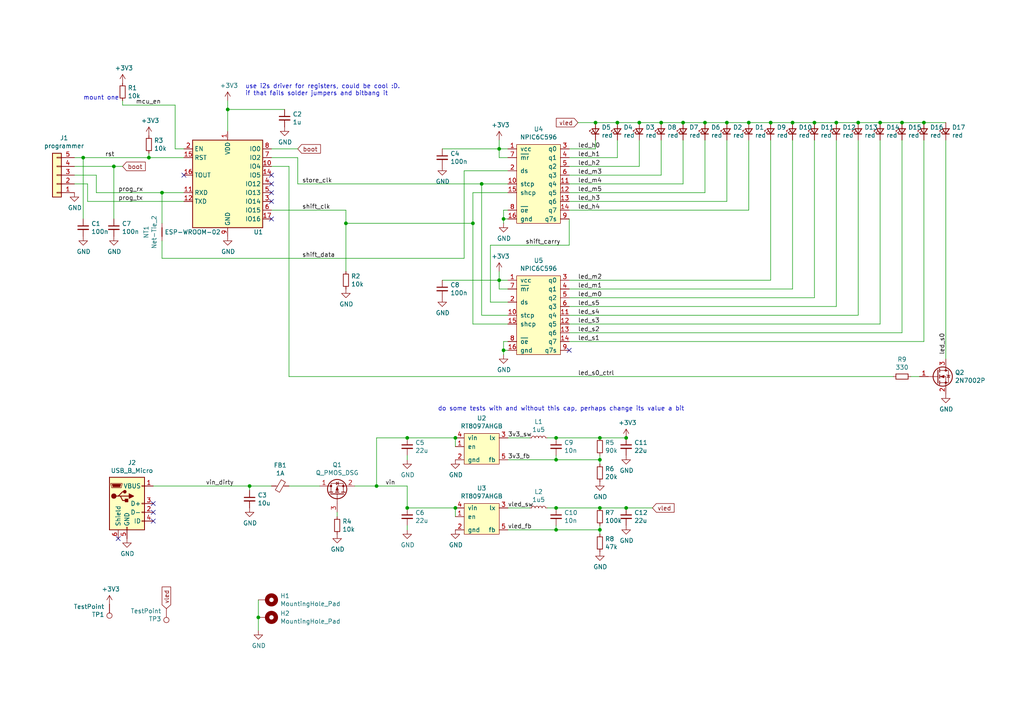
<source format=kicad_sch>
(kicad_sch (version 20211123) (generator eeschema)

  (uuid e857610b-4434-4144-b04e-43c1ebdc5ceb)

  (paper "A4")

  (lib_symbols
    (symbol "Connector:TestPoint" (pin_numbers hide) (pin_names (offset 0.762) hide) (in_bom yes) (on_board yes)
      (property "Reference" "TP" (id 0) (at 0 6.858 0)
        (effects (font (size 1.27 1.27)))
      )
      (property "Value" "TestPoint" (id 1) (at 0 5.08 0)
        (effects (font (size 1.27 1.27)))
      )
      (property "Footprint" "" (id 2) (at 5.08 0 0)
        (effects (font (size 1.27 1.27)) hide)
      )
      (property "Datasheet" "~" (id 3) (at 5.08 0 0)
        (effects (font (size 1.27 1.27)) hide)
      )
      (property "ki_keywords" "test point tp" (id 4) (at 0 0 0)
        (effects (font (size 1.27 1.27)) hide)
      )
      (property "ki_description" "test point" (id 5) (at 0 0 0)
        (effects (font (size 1.27 1.27)) hide)
      )
      (property "ki_fp_filters" "Pin* Test*" (id 6) (at 0 0 0)
        (effects (font (size 1.27 1.27)) hide)
      )
      (symbol "TestPoint_0_1"
        (circle (center 0 3.302) (radius 0.762)
          (stroke (width 0) (type default) (color 0 0 0 0))
          (fill (type none))
        )
      )
      (symbol "TestPoint_1_1"
        (pin passive line (at 0 0 90) (length 2.54)
          (name "1" (effects (font (size 1.27 1.27))))
          (number "1" (effects (font (size 1.27 1.27))))
        )
      )
    )
    (symbol "Connector_Generic:Conn_01x05" (pin_names (offset 1.016) hide) (in_bom yes) (on_board yes)
      (property "Reference" "J" (id 0) (at 0 7.62 0)
        (effects (font (size 1.27 1.27)))
      )
      (property "Value" "Conn_01x05" (id 1) (at 0 -7.62 0)
        (effects (font (size 1.27 1.27)))
      )
      (property "Footprint" "" (id 2) (at 0 0 0)
        (effects (font (size 1.27 1.27)) hide)
      )
      (property "Datasheet" "~" (id 3) (at 0 0 0)
        (effects (font (size 1.27 1.27)) hide)
      )
      (property "ki_keywords" "connector" (id 4) (at 0 0 0)
        (effects (font (size 1.27 1.27)) hide)
      )
      (property "ki_description" "Generic connector, single row, 01x05, script generated (kicad-library-utils/schlib/autogen/connector/)" (id 5) (at 0 0 0)
        (effects (font (size 1.27 1.27)) hide)
      )
      (property "ki_fp_filters" "Connector*:*_1x??_*" (id 6) (at 0 0 0)
        (effects (font (size 1.27 1.27)) hide)
      )
      (symbol "Conn_01x05_1_1"
        (rectangle (start -1.27 -4.953) (end 0 -5.207)
          (stroke (width 0.1524) (type default) (color 0 0 0 0))
          (fill (type none))
        )
        (rectangle (start -1.27 -2.413) (end 0 -2.667)
          (stroke (width 0.1524) (type default) (color 0 0 0 0))
          (fill (type none))
        )
        (rectangle (start -1.27 0.127) (end 0 -0.127)
          (stroke (width 0.1524) (type default) (color 0 0 0 0))
          (fill (type none))
        )
        (rectangle (start -1.27 2.667) (end 0 2.413)
          (stroke (width 0.1524) (type default) (color 0 0 0 0))
          (fill (type none))
        )
        (rectangle (start -1.27 5.207) (end 0 4.953)
          (stroke (width 0.1524) (type default) (color 0 0 0 0))
          (fill (type none))
        )
        (rectangle (start -1.27 6.35) (end 1.27 -6.35)
          (stroke (width 0.254) (type default) (color 0 0 0 0))
          (fill (type background))
        )
        (pin passive line (at -5.08 5.08 0) (length 3.81)
          (name "Pin_1" (effects (font (size 1.27 1.27))))
          (number "1" (effects (font (size 1.27 1.27))))
        )
        (pin passive line (at -5.08 2.54 0) (length 3.81)
          (name "Pin_2" (effects (font (size 1.27 1.27))))
          (number "2" (effects (font (size 1.27 1.27))))
        )
        (pin passive line (at -5.08 0 0) (length 3.81)
          (name "Pin_3" (effects (font (size 1.27 1.27))))
          (number "3" (effects (font (size 1.27 1.27))))
        )
        (pin passive line (at -5.08 -2.54 0) (length 3.81)
          (name "Pin_4" (effects (font (size 1.27 1.27))))
          (number "4" (effects (font (size 1.27 1.27))))
        )
        (pin passive line (at -5.08 -5.08 0) (length 3.81)
          (name "Pin_5" (effects (font (size 1.27 1.27))))
          (number "5" (effects (font (size 1.27 1.27))))
        )
      )
    )
    (symbol "Device:C_Small" (pin_numbers hide) (pin_names (offset 0.254) hide) (in_bom yes) (on_board yes)
      (property "Reference" "C" (id 0) (at 0.254 1.778 0)
        (effects (font (size 1.27 1.27)) (justify left))
      )
      (property "Value" "C_Small" (id 1) (at 0.254 -2.032 0)
        (effects (font (size 1.27 1.27)) (justify left))
      )
      (property "Footprint" "" (id 2) (at 0 0 0)
        (effects (font (size 1.27 1.27)) hide)
      )
      (property "Datasheet" "~" (id 3) (at 0 0 0)
        (effects (font (size 1.27 1.27)) hide)
      )
      (property "ki_keywords" "capacitor cap" (id 4) (at 0 0 0)
        (effects (font (size 1.27 1.27)) hide)
      )
      (property "ki_description" "Unpolarized capacitor, small symbol" (id 5) (at 0 0 0)
        (effects (font (size 1.27 1.27)) hide)
      )
      (property "ki_fp_filters" "C_*" (id 6) (at 0 0 0)
        (effects (font (size 1.27 1.27)) hide)
      )
      (symbol "C_Small_0_1"
        (polyline
          (pts
            (xy -1.524 -0.508)
            (xy 1.524 -0.508)
          )
          (stroke (width 0.3302) (type default) (color 0 0 0 0))
          (fill (type none))
        )
        (polyline
          (pts
            (xy -1.524 0.508)
            (xy 1.524 0.508)
          )
          (stroke (width 0.3048) (type default) (color 0 0 0 0))
          (fill (type none))
        )
      )
      (symbol "C_Small_1_1"
        (pin passive line (at 0 2.54 270) (length 2.032)
          (name "~" (effects (font (size 1.27 1.27))))
          (number "1" (effects (font (size 1.27 1.27))))
        )
        (pin passive line (at 0 -2.54 90) (length 2.032)
          (name "~" (effects (font (size 1.27 1.27))))
          (number "2" (effects (font (size 1.27 1.27))))
        )
      )
    )
    (symbol "Device:Ferrite_Bead_Small" (pin_numbers hide) (pin_names (offset 0)) (in_bom yes) (on_board yes)
      (property "Reference" "FB" (id 0) (at 1.905 1.27 0)
        (effects (font (size 1.27 1.27)) (justify left))
      )
      (property "Value" "Device_Ferrite_Bead_Small" (id 1) (at 1.905 -1.27 0)
        (effects (font (size 1.27 1.27)) (justify left))
      )
      (property "Footprint" "" (id 2) (at -1.778 0 90)
        (effects (font (size 1.27 1.27)) hide)
      )
      (property "Datasheet" "" (id 3) (at 0 0 0)
        (effects (font (size 1.27 1.27)) hide)
      )
      (property "ki_fp_filters" "Inductor_* L_* *Ferrite*" (id 4) (at 0 0 0)
        (effects (font (size 1.27 1.27)) hide)
      )
      (symbol "Ferrite_Bead_Small_0_1"
        (polyline
          (pts
            (xy 0 -1.27)
            (xy 0 -0.7874)
          )
          (stroke (width 0) (type default) (color 0 0 0 0))
          (fill (type none))
        )
        (polyline
          (pts
            (xy 0 0.889)
            (xy 0 1.2954)
          )
          (stroke (width 0) (type default) (color 0 0 0 0))
          (fill (type none))
        )
        (polyline
          (pts
            (xy -1.8288 0.2794)
            (xy -1.1176 1.4986)
            (xy 1.8288 -0.2032)
            (xy 1.1176 -1.4224)
            (xy -1.8288 0.2794)
          )
          (stroke (width 0) (type default) (color 0 0 0 0))
          (fill (type none))
        )
      )
      (symbol "Ferrite_Bead_Small_1_1"
        (pin passive line (at 0 2.54 270) (length 1.27)
          (name "~" (effects (font (size 1.27 1.27))))
          (number "1" (effects (font (size 1.27 1.27))))
        )
        (pin passive line (at 0 -2.54 90) (length 1.27)
          (name "~" (effects (font (size 1.27 1.27))))
          (number "2" (effects (font (size 1.27 1.27))))
        )
      )
    )
    (symbol "Device:LED_Small" (pin_numbers hide) (pin_names (offset 0.254) hide) (in_bom yes) (on_board yes)
      (property "Reference" "D" (id 0) (at -1.27 3.175 0)
        (effects (font (size 1.27 1.27)) (justify left))
      )
      (property "Value" "LED_Small" (id 1) (at -4.445 -2.54 0)
        (effects (font (size 1.27 1.27)) (justify left))
      )
      (property "Footprint" "" (id 2) (at 0 0 90)
        (effects (font (size 1.27 1.27)) hide)
      )
      (property "Datasheet" "~" (id 3) (at 0 0 90)
        (effects (font (size 1.27 1.27)) hide)
      )
      (property "ki_keywords" "LED diode light-emitting-diode" (id 4) (at 0 0 0)
        (effects (font (size 1.27 1.27)) hide)
      )
      (property "ki_description" "Light emitting diode, small symbol" (id 5) (at 0 0 0)
        (effects (font (size 1.27 1.27)) hide)
      )
      (property "ki_fp_filters" "LED* LED_SMD:* LED_THT:*" (id 6) (at 0 0 0)
        (effects (font (size 1.27 1.27)) hide)
      )
      (symbol "LED_Small_0_1"
        (polyline
          (pts
            (xy -0.762 -1.016)
            (xy -0.762 1.016)
          )
          (stroke (width 0.254) (type default) (color 0 0 0 0))
          (fill (type none))
        )
        (polyline
          (pts
            (xy 1.016 0)
            (xy -0.762 0)
          )
          (stroke (width 0) (type default) (color 0 0 0 0))
          (fill (type none))
        )
        (polyline
          (pts
            (xy 0.762 -1.016)
            (xy -0.762 0)
            (xy 0.762 1.016)
            (xy 0.762 -1.016)
          )
          (stroke (width 0.254) (type default) (color 0 0 0 0))
          (fill (type none))
        )
        (polyline
          (pts
            (xy 0 0.762)
            (xy -0.508 1.27)
            (xy -0.254 1.27)
            (xy -0.508 1.27)
            (xy -0.508 1.016)
          )
          (stroke (width 0) (type default) (color 0 0 0 0))
          (fill (type none))
        )
        (polyline
          (pts
            (xy 0.508 1.27)
            (xy 0 1.778)
            (xy 0.254 1.778)
            (xy 0 1.778)
            (xy 0 1.524)
          )
          (stroke (width 0) (type default) (color 0 0 0 0))
          (fill (type none))
        )
      )
      (symbol "LED_Small_1_1"
        (pin passive line (at -2.54 0 0) (length 1.778)
          (name "K" (effects (font (size 1.27 1.27))))
          (number "1" (effects (font (size 1.27 1.27))))
        )
        (pin passive line (at 2.54 0 180) (length 1.778)
          (name "A" (effects (font (size 1.27 1.27))))
          (number "2" (effects (font (size 1.27 1.27))))
        )
      )
    )
    (symbol "Device:L_Small" (pin_numbers hide) (pin_names (offset 0.254) hide) (in_bom yes) (on_board yes)
      (property "Reference" "L" (id 0) (at 0.762 1.016 0)
        (effects (font (size 1.27 1.27)) (justify left))
      )
      (property "Value" "L_Small" (id 1) (at 0.762 -1.016 0)
        (effects (font (size 1.27 1.27)) (justify left))
      )
      (property "Footprint" "" (id 2) (at 0 0 0)
        (effects (font (size 1.27 1.27)) hide)
      )
      (property "Datasheet" "~" (id 3) (at 0 0 0)
        (effects (font (size 1.27 1.27)) hide)
      )
      (property "ki_keywords" "inductor choke coil reactor magnetic" (id 4) (at 0 0 0)
        (effects (font (size 1.27 1.27)) hide)
      )
      (property "ki_description" "Inductor, small symbol" (id 5) (at 0 0 0)
        (effects (font (size 1.27 1.27)) hide)
      )
      (property "ki_fp_filters" "Choke_* *Coil* Inductor_* L_*" (id 6) (at 0 0 0)
        (effects (font (size 1.27 1.27)) hide)
      )
      (symbol "L_Small_0_1"
        (arc (start 0 -2.032) (mid 0.508 -1.524) (end 0 -1.016)
          (stroke (width 0) (type default) (color 0 0 0 0))
          (fill (type none))
        )
        (arc (start 0 -1.016) (mid 0.508 -0.508) (end 0 0)
          (stroke (width 0) (type default) (color 0 0 0 0))
          (fill (type none))
        )
        (arc (start 0 0) (mid 0.508 0.508) (end 0 1.016)
          (stroke (width 0) (type default) (color 0 0 0 0))
          (fill (type none))
        )
        (arc (start 0 1.016) (mid 0.508 1.524) (end 0 2.032)
          (stroke (width 0) (type default) (color 0 0 0 0))
          (fill (type none))
        )
      )
      (symbol "L_Small_1_1"
        (pin passive line (at 0 2.54 270) (length 0.508)
          (name "~" (effects (font (size 1.27 1.27))))
          (number "1" (effects (font (size 1.27 1.27))))
        )
        (pin passive line (at 0 -2.54 90) (length 0.508)
          (name "~" (effects (font (size 1.27 1.27))))
          (number "2" (effects (font (size 1.27 1.27))))
        )
      )
    )
    (symbol "Device:Net-Tie_2" (pin_numbers hide) (pin_names (offset 0) hide) (in_bom yes) (on_board yes)
      (property "Reference" "NT" (id 0) (at 0 1.27 0)
        (effects (font (size 1.27 1.27)))
      )
      (property "Value" "Device_Net-Tie_2" (id 1) (at 0 -1.27 0)
        (effects (font (size 1.27 1.27)))
      )
      (property "Footprint" "" (id 2) (at 0 0 0)
        (effects (font (size 1.27 1.27)) hide)
      )
      (property "Datasheet" "" (id 3) (at 0 0 0)
        (effects (font (size 1.27 1.27)) hide)
      )
      (property "ki_fp_filters" "Net*Tie*" (id 4) (at 0 0 0)
        (effects (font (size 1.27 1.27)) hide)
      )
      (symbol "Net-Tie_2_0_1"
        (polyline
          (pts
            (xy -1.27 0)
            (xy 1.27 0)
          )
          (stroke (width 0.254) (type default) (color 0 0 0 0))
          (fill (type none))
        )
      )
      (symbol "Net-Tie_2_1_1"
        (pin passive line (at -2.54 0 0) (length 2.54)
          (name "1" (effects (font (size 1.27 1.27))))
          (number "1" (effects (font (size 1.27 1.27))))
        )
        (pin passive line (at 2.54 0 180) (length 2.54)
          (name "2" (effects (font (size 1.27 1.27))))
          (number "2" (effects (font (size 1.27 1.27))))
        )
      )
    )
    (symbol "Device:Q_NMOS_GSD" (pin_names (offset 0) hide) (in_bom yes) (on_board yes)
      (property "Reference" "Q" (id 0) (at 5.08 1.27 0)
        (effects (font (size 1.27 1.27)) (justify left))
      )
      (property "Value" "Q_NMOS_GSD" (id 1) (at 5.08 -1.27 0)
        (effects (font (size 1.27 1.27)) (justify left))
      )
      (property "Footprint" "" (id 2) (at 5.08 2.54 0)
        (effects (font (size 1.27 1.27)) hide)
      )
      (property "Datasheet" "~" (id 3) (at 0 0 0)
        (effects (font (size 1.27 1.27)) hide)
      )
      (property "ki_keywords" "transistor NMOS N-MOS N-MOSFET" (id 4) (at 0 0 0)
        (effects (font (size 1.27 1.27)) hide)
      )
      (property "ki_description" "N-MOSFET transistor, gate/source/drain" (id 5) (at 0 0 0)
        (effects (font (size 1.27 1.27)) hide)
      )
      (symbol "Q_NMOS_GSD_0_1"
        (polyline
          (pts
            (xy 0.254 0)
            (xy -2.54 0)
          )
          (stroke (width 0) (type default) (color 0 0 0 0))
          (fill (type none))
        )
        (polyline
          (pts
            (xy 0.254 1.905)
            (xy 0.254 -1.905)
          )
          (stroke (width 0.254) (type default) (color 0 0 0 0))
          (fill (type none))
        )
        (polyline
          (pts
            (xy 0.762 -1.27)
            (xy 0.762 -2.286)
          )
          (stroke (width 0.254) (type default) (color 0 0 0 0))
          (fill (type none))
        )
        (polyline
          (pts
            (xy 0.762 0.508)
            (xy 0.762 -0.508)
          )
          (stroke (width 0.254) (type default) (color 0 0 0 0))
          (fill (type none))
        )
        (polyline
          (pts
            (xy 0.762 2.286)
            (xy 0.762 1.27)
          )
          (stroke (width 0.254) (type default) (color 0 0 0 0))
          (fill (type none))
        )
        (polyline
          (pts
            (xy 2.54 2.54)
            (xy 2.54 1.778)
          )
          (stroke (width 0) (type default) (color 0 0 0 0))
          (fill (type none))
        )
        (polyline
          (pts
            (xy 2.54 -2.54)
            (xy 2.54 0)
            (xy 0.762 0)
          )
          (stroke (width 0) (type default) (color 0 0 0 0))
          (fill (type none))
        )
        (polyline
          (pts
            (xy 0.762 -1.778)
            (xy 3.302 -1.778)
            (xy 3.302 1.778)
            (xy 0.762 1.778)
          )
          (stroke (width 0) (type default) (color 0 0 0 0))
          (fill (type none))
        )
        (polyline
          (pts
            (xy 1.016 0)
            (xy 2.032 0.381)
            (xy 2.032 -0.381)
            (xy 1.016 0)
          )
          (stroke (width 0) (type default) (color 0 0 0 0))
          (fill (type outline))
        )
        (polyline
          (pts
            (xy 2.794 0.508)
            (xy 2.921 0.381)
            (xy 3.683 0.381)
            (xy 3.81 0.254)
          )
          (stroke (width 0) (type default) (color 0 0 0 0))
          (fill (type none))
        )
        (polyline
          (pts
            (xy 3.302 0.381)
            (xy 2.921 -0.254)
            (xy 3.683 -0.254)
            (xy 3.302 0.381)
          )
          (stroke (width 0) (type default) (color 0 0 0 0))
          (fill (type none))
        )
        (circle (center 1.651 0) (radius 2.794)
          (stroke (width 0.254) (type default) (color 0 0 0 0))
          (fill (type none))
        )
        (circle (center 2.54 -1.778) (radius 0.254)
          (stroke (width 0) (type default) (color 0 0 0 0))
          (fill (type outline))
        )
        (circle (center 2.54 1.778) (radius 0.254)
          (stroke (width 0) (type default) (color 0 0 0 0))
          (fill (type outline))
        )
      )
      (symbol "Q_NMOS_GSD_1_1"
        (pin input line (at -5.08 0 0) (length 2.54)
          (name "G" (effects (font (size 1.27 1.27))))
          (number "1" (effects (font (size 1.27 1.27))))
        )
        (pin passive line (at 2.54 -5.08 90) (length 2.54)
          (name "S" (effects (font (size 1.27 1.27))))
          (number "2" (effects (font (size 1.27 1.27))))
        )
        (pin passive line (at 2.54 5.08 270) (length 2.54)
          (name "D" (effects (font (size 1.27 1.27))))
          (number "3" (effects (font (size 1.27 1.27))))
        )
      )
    )
    (symbol "Device:Q_PMOS_DSG" (pin_names (offset 0) hide) (in_bom yes) (on_board yes)
      (property "Reference" "Q" (id 0) (at 5.08 1.27 0)
        (effects (font (size 1.27 1.27)) (justify left))
      )
      (property "Value" "Q_PMOS_DSG" (id 1) (at 5.08 -1.27 0)
        (effects (font (size 1.27 1.27)) (justify left))
      )
      (property "Footprint" "" (id 2) (at 5.08 2.54 0)
        (effects (font (size 1.27 1.27)) hide)
      )
      (property "Datasheet" "~" (id 3) (at 0 0 0)
        (effects (font (size 1.27 1.27)) hide)
      )
      (property "ki_keywords" "transistor PMOS P-MOS P-MOSFET" (id 4) (at 0 0 0)
        (effects (font (size 1.27 1.27)) hide)
      )
      (property "ki_description" "P-MOSFET transistor, drain/source/gate" (id 5) (at 0 0 0)
        (effects (font (size 1.27 1.27)) hide)
      )
      (symbol "Q_PMOS_DSG_0_1"
        (polyline
          (pts
            (xy 0.254 0)
            (xy -2.54 0)
          )
          (stroke (width 0) (type default) (color 0 0 0 0))
          (fill (type none))
        )
        (polyline
          (pts
            (xy 0.254 1.905)
            (xy 0.254 -1.905)
          )
          (stroke (width 0.254) (type default) (color 0 0 0 0))
          (fill (type none))
        )
        (polyline
          (pts
            (xy 0.762 -1.27)
            (xy 0.762 -2.286)
          )
          (stroke (width 0.254) (type default) (color 0 0 0 0))
          (fill (type none))
        )
        (polyline
          (pts
            (xy 0.762 0.508)
            (xy 0.762 -0.508)
          )
          (stroke (width 0.254) (type default) (color 0 0 0 0))
          (fill (type none))
        )
        (polyline
          (pts
            (xy 0.762 2.286)
            (xy 0.762 1.27)
          )
          (stroke (width 0.254) (type default) (color 0 0 0 0))
          (fill (type none))
        )
        (polyline
          (pts
            (xy 2.54 2.54)
            (xy 2.54 1.778)
          )
          (stroke (width 0) (type default) (color 0 0 0 0))
          (fill (type none))
        )
        (polyline
          (pts
            (xy 2.54 -2.54)
            (xy 2.54 0)
            (xy 0.762 0)
          )
          (stroke (width 0) (type default) (color 0 0 0 0))
          (fill (type none))
        )
        (polyline
          (pts
            (xy 0.762 1.778)
            (xy 3.302 1.778)
            (xy 3.302 -1.778)
            (xy 0.762 -1.778)
          )
          (stroke (width 0) (type default) (color 0 0 0 0))
          (fill (type none))
        )
        (polyline
          (pts
            (xy 2.286 0)
            (xy 1.27 0.381)
            (xy 1.27 -0.381)
            (xy 2.286 0)
          )
          (stroke (width 0) (type default) (color 0 0 0 0))
          (fill (type outline))
        )
        (polyline
          (pts
            (xy 2.794 -0.508)
            (xy 2.921 -0.381)
            (xy 3.683 -0.381)
            (xy 3.81 -0.254)
          )
          (stroke (width 0) (type default) (color 0 0 0 0))
          (fill (type none))
        )
        (polyline
          (pts
            (xy 3.302 -0.381)
            (xy 2.921 0.254)
            (xy 3.683 0.254)
            (xy 3.302 -0.381)
          )
          (stroke (width 0) (type default) (color 0 0 0 0))
          (fill (type none))
        )
        (circle (center 1.651 0) (radius 2.794)
          (stroke (width 0.254) (type default) (color 0 0 0 0))
          (fill (type none))
        )
        (circle (center 2.54 -1.778) (radius 0.254)
          (stroke (width 0) (type default) (color 0 0 0 0))
          (fill (type outline))
        )
        (circle (center 2.54 1.778) (radius 0.254)
          (stroke (width 0) (type default) (color 0 0 0 0))
          (fill (type outline))
        )
      )
      (symbol "Q_PMOS_DSG_1_1"
        (pin passive line (at 2.54 5.08 270) (length 2.54)
          (name "D" (effects (font (size 1.27 1.27))))
          (number "1" (effects (font (size 1.27 1.27))))
        )
        (pin passive line (at 2.54 -5.08 90) (length 2.54)
          (name "S" (effects (font (size 1.27 1.27))))
          (number "2" (effects (font (size 1.27 1.27))))
        )
        (pin input line (at -5.08 0 0) (length 2.54)
          (name "G" (effects (font (size 1.27 1.27))))
          (number "3" (effects (font (size 1.27 1.27))))
        )
      )
    )
    (symbol "Device:R_Small" (pin_numbers hide) (pin_names (offset 0.254) hide) (in_bom yes) (on_board yes)
      (property "Reference" "R" (id 0) (at 0.762 0.508 0)
        (effects (font (size 1.27 1.27)) (justify left))
      )
      (property "Value" "R_Small" (id 1) (at 0.762 -1.016 0)
        (effects (font (size 1.27 1.27)) (justify left))
      )
      (property "Footprint" "" (id 2) (at 0 0 0)
        (effects (font (size 1.27 1.27)) hide)
      )
      (property "Datasheet" "~" (id 3) (at 0 0 0)
        (effects (font (size 1.27 1.27)) hide)
      )
      (property "ki_keywords" "R resistor" (id 4) (at 0 0 0)
        (effects (font (size 1.27 1.27)) hide)
      )
      (property "ki_description" "Resistor, small symbol" (id 5) (at 0 0 0)
        (effects (font (size 1.27 1.27)) hide)
      )
      (property "ki_fp_filters" "R_*" (id 6) (at 0 0 0)
        (effects (font (size 1.27 1.27)) hide)
      )
      (symbol "R_Small_0_1"
        (rectangle (start -0.762 1.778) (end 0.762 -1.778)
          (stroke (width 0.2032) (type default) (color 0 0 0 0))
          (fill (type none))
        )
      )
      (symbol "R_Small_1_1"
        (pin passive line (at 0 2.54 270) (length 0.762)
          (name "~" (effects (font (size 1.27 1.27))))
          (number "1" (effects (font (size 1.27 1.27))))
        )
        (pin passive line (at 0 -2.54 90) (length 0.762)
          (name "~" (effects (font (size 1.27 1.27))))
          (number "2" (effects (font (size 1.27 1.27))))
        )
      )
    )
    (symbol "Mechanical:MountingHole_Pad" (pin_numbers hide) (pin_names (offset 1.016) hide) (in_bom yes) (on_board yes)
      (property "Reference" "H" (id 0) (at 0 6.35 0)
        (effects (font (size 1.27 1.27)))
      )
      (property "Value" "MountingHole_Pad" (id 1) (at 0 4.445 0)
        (effects (font (size 1.27 1.27)))
      )
      (property "Footprint" "" (id 2) (at 0 0 0)
        (effects (font (size 1.27 1.27)) hide)
      )
      (property "Datasheet" "~" (id 3) (at 0 0 0)
        (effects (font (size 1.27 1.27)) hide)
      )
      (property "ki_keywords" "mounting hole" (id 4) (at 0 0 0)
        (effects (font (size 1.27 1.27)) hide)
      )
      (property "ki_description" "Mounting Hole with connection" (id 5) (at 0 0 0)
        (effects (font (size 1.27 1.27)) hide)
      )
      (property "ki_fp_filters" "MountingHole*Pad*" (id 6) (at 0 0 0)
        (effects (font (size 1.27 1.27)) hide)
      )
      (symbol "MountingHole_Pad_0_1"
        (circle (center 0 1.27) (radius 1.27)
          (stroke (width 1.27) (type default) (color 0 0 0 0))
          (fill (type none))
        )
      )
      (symbol "MountingHole_Pad_1_1"
        (pin input line (at 0 -2.54 90) (length 2.54)
          (name "1" (effects (font (size 1.27 1.27))))
          (number "1" (effects (font (size 1.27 1.27))))
        )
      )
    )
    (symbol "RF_Module:ESP-WROOM-02" (in_bom yes) (on_board yes)
      (property "Reference" "U" (id 0) (at -7.62 13.97 0)
        (effects (font (size 1.27 1.27)))
      )
      (property "Value" "ESP-WROOM-02" (id 1) (at 10.16 13.97 0)
        (effects (font (size 1.27 1.27)))
      )
      (property "Footprint" "RF_Module:ESP-WROOM-02" (id 2) (at 15.24 -13.97 0)
        (effects (font (size 1.27 1.27)) hide)
      )
      (property "Datasheet" "https://www.espressif.com/sites/default/files/documentation/0c-esp-wroom-02_datasheet_en.pdf" (id 3) (at 1.27 38.1 0)
        (effects (font (size 1.27 1.27)) hide)
      )
      (property "ki_keywords" "RF Radio ESP Espressif" (id 4) (at 0 0 0)
        (effects (font (size 1.27 1.27)) hide)
      )
      (property "ki_description" "Wi-Fi Module, ESP8266EX SoC, 32-bit, 802.11b/g/n, WPA/WPA2, 2.7-3.6V, SMD" (id 5) (at 0 0 0)
        (effects (font (size 1.27 1.27)) hide)
      )
      (property "ki_fp_filters" "ESP?WROOM?02*" (id 6) (at 0 0 0)
        (effects (font (size 1.27 1.27)) hide)
      )
      (symbol "ESP-WROOM-02_0_1"
        (rectangle (start 10.16 12.7) (end -10.16 -12.7)
          (stroke (width 0.254) (type default) (color 0 0 0 0))
          (fill (type background))
        )
      )
      (symbol "ESP-WROOM-02_1_1"
        (pin power_in line (at 0 15.24 270) (length 2.54)
          (name "VDD" (effects (font (size 1.27 1.27))))
          (number "1" (effects (font (size 1.27 1.27))))
        )
        (pin bidirectional line (at 12.7 5.08 180) (length 2.54)
          (name "IO4" (effects (font (size 1.27 1.27))))
          (number "10" (effects (font (size 1.27 1.27))))
        )
        (pin bidirectional line (at -12.7 -2.54 0) (length 2.54)
          (name "RXD" (effects (font (size 1.27 1.27))))
          (number "11" (effects (font (size 1.27 1.27))))
        )
        (pin bidirectional line (at -12.7 -5.08 0) (length 2.54)
          (name "TXD" (effects (font (size 1.27 1.27))))
          (number "12" (effects (font (size 1.27 1.27))))
        )
        (pin passive line (at 0 -15.24 90) (length 2.54) hide
          (name "GND" (effects (font (size 1.27 1.27))))
          (number "13" (effects (font (size 1.27 1.27))))
        )
        (pin bidirectional line (at 12.7 2.54 180) (length 2.54)
          (name "IO5" (effects (font (size 1.27 1.27))))
          (number "14" (effects (font (size 1.27 1.27))))
        )
        (pin input line (at -12.7 7.62 0) (length 2.54)
          (name "RST" (effects (font (size 1.27 1.27))))
          (number "15" (effects (font (size 1.27 1.27))))
        )
        (pin input line (at -12.7 2.54 0) (length 2.54)
          (name "TOUT" (effects (font (size 1.27 1.27))))
          (number "16" (effects (font (size 1.27 1.27))))
        )
        (pin bidirectional line (at 12.7 -10.16 180) (length 2.54)
          (name "IO16" (effects (font (size 1.27 1.27))))
          (number "17" (effects (font (size 1.27 1.27))))
        )
        (pin passive line (at 0 -15.24 90) (length 2.54) hide
          (name "GND" (effects (font (size 1.27 1.27))))
          (number "18" (effects (font (size 1.27 1.27))))
        )
        (pin passive line (at 0 -15.24 90) (length 2.54) hide
          (name "GND" (effects (font (size 1.27 1.27))))
          (number "19" (effects (font (size 1.27 1.27))))
        )
        (pin input line (at -12.7 10.16 0) (length 2.54)
          (name "EN" (effects (font (size 1.27 1.27))))
          (number "2" (effects (font (size 1.27 1.27))))
        )
        (pin bidirectional line (at 12.7 -5.08 180) (length 2.54)
          (name "IO14" (effects (font (size 1.27 1.27))))
          (number "3" (effects (font (size 1.27 1.27))))
        )
        (pin bidirectional line (at 12.7 0 180) (length 2.54)
          (name "IO12" (effects (font (size 1.27 1.27))))
          (number "4" (effects (font (size 1.27 1.27))))
        )
        (pin bidirectional line (at 12.7 -2.54 180) (length 2.54)
          (name "IO13" (effects (font (size 1.27 1.27))))
          (number "5" (effects (font (size 1.27 1.27))))
        )
        (pin bidirectional line (at 12.7 -7.62 180) (length 2.54)
          (name "IO15" (effects (font (size 1.27 1.27))))
          (number "6" (effects (font (size 1.27 1.27))))
        )
        (pin bidirectional line (at 12.7 7.62 180) (length 2.54)
          (name "IO2" (effects (font (size 1.27 1.27))))
          (number "7" (effects (font (size 1.27 1.27))))
        )
        (pin bidirectional line (at 12.7 10.16 180) (length 2.54)
          (name "IO0" (effects (font (size 1.27 1.27))))
          (number "8" (effects (font (size 1.27 1.27))))
        )
        (pin power_in line (at 0 -15.24 90) (length 2.54)
          (name "GND" (effects (font (size 1.27 1.27))))
          (number "9" (effects (font (size 1.27 1.27))))
        )
      )
    )
    (symbol "board-rescue:NPIC6C595-good_things" (pin_names (offset 1.016)) (in_bom yes) (on_board yes)
      (property "Reference" "U" (id 0) (at 0 -11.43 0)
        (effects (font (size 1.27 1.27)))
      )
      (property "Value" "NPIC6C595-good_things" (id 1) (at 0 15.24 0)
        (effects (font (size 1.27 1.27)))
      )
      (property "Footprint" "" (id 2) (at 0 -11.43 0)
        (effects (font (size 1.27 1.27)) hide)
      )
      (property "Datasheet" "" (id 3) (at 0 -11.43 0)
        (effects (font (size 1.27 1.27)) hide)
      )
      (symbol "NPIC6C595-good_things_0_1"
        (rectangle (start -6.35 12.7) (end 6.35 -10.16)
          (stroke (width 0) (type default) (color 0 0 0 0))
          (fill (type background))
        )
      )
      (symbol "NPIC6C595-good_things_1_1"
        (pin power_in line (at -8.89 11.43 0) (length 2.54)
          (name "vcc" (effects (font (size 1.27 1.27))))
          (number "1" (effects (font (size 1.27 1.27))))
        )
        (pin input line (at -8.89 1.27 0) (length 2.54)
          (name "stcp" (effects (font (size 1.27 1.27))))
          (number "10" (effects (font (size 1.27 1.27))))
        )
        (pin open_collector line (at 8.89 1.27 180) (length 2.54)
          (name "q4" (effects (font (size 1.27 1.27))))
          (number "11" (effects (font (size 1.27 1.27))))
        )
        (pin open_collector line (at 8.89 -1.27 180) (length 2.54)
          (name "q5" (effects (font (size 1.27 1.27))))
          (number "12" (effects (font (size 1.27 1.27))))
        )
        (pin open_collector line (at 8.89 -3.81 180) (length 2.54)
          (name "q6" (effects (font (size 1.27 1.27))))
          (number "13" (effects (font (size 1.27 1.27))))
        )
        (pin open_collector line (at 8.89 -6.35 180) (length 2.54)
          (name "q7" (effects (font (size 1.27 1.27))))
          (number "14" (effects (font (size 1.27 1.27))))
        )
        (pin input line (at -8.89 -1.27 0) (length 2.54)
          (name "shcp" (effects (font (size 1.27 1.27))))
          (number "15" (effects (font (size 1.27 1.27))))
        )
        (pin power_in line (at -8.89 -8.89 0) (length 2.54)
          (name "gnd" (effects (font (size 1.27 1.27))))
          (number "16" (effects (font (size 1.27 1.27))))
        )
        (pin input line (at -8.89 5.08 0) (length 2.54)
          (name "ds" (effects (font (size 1.27 1.27))))
          (number "2" (effects (font (size 1.27 1.27))))
        )
        (pin open_collector line (at 8.89 11.43 180) (length 2.54)
          (name "q0" (effects (font (size 1.27 1.27))))
          (number "3" (effects (font (size 1.27 1.27))))
        )
        (pin open_collector line (at 8.89 8.89 180) (length 2.54)
          (name "q1" (effects (font (size 1.27 1.27))))
          (number "4" (effects (font (size 1.27 1.27))))
        )
        (pin open_collector line (at 8.89 6.35 180) (length 2.54)
          (name "q2" (effects (font (size 1.27 1.27))))
          (number "5" (effects (font (size 1.27 1.27))))
        )
        (pin open_collector line (at 8.89 3.81 180) (length 2.54)
          (name "q3" (effects (font (size 1.27 1.27))))
          (number "6" (effects (font (size 1.27 1.27))))
        )
        (pin input line (at -8.89 8.89 0) (length 2.54)
          (name "~{mr}" (effects (font (size 1.27 1.27))))
          (number "7" (effects (font (size 1.27 1.27))))
        )
        (pin input line (at -8.89 -6.35 0) (length 2.54)
          (name "~{oe}" (effects (font (size 1.27 1.27))))
          (number "8" (effects (font (size 1.27 1.27))))
        )
        (pin output line (at 8.89 -8.89 180) (length 2.54)
          (name "q7s" (effects (font (size 1.27 1.27))))
          (number "9" (effects (font (size 1.27 1.27))))
        )
      )
    )
    (symbol "board-rescue:RT8097AHGB-good_things" (pin_names (offset 1.016)) (in_bom yes) (on_board yes)
      (property "Reference" "U" (id 0) (at 0 -6.35 0)
        (effects (font (size 1.27 1.27)))
      )
      (property "Value" "RT8097AHGB-good_things" (id 1) (at 0 5.08 0)
        (effects (font (size 1.27 1.27)))
      )
      (property "Footprint" "" (id 2) (at -2.54 -2.54 0)
        (effects (font (size 1.27 1.27)) hide)
      )
      (property "Datasheet" "" (id 3) (at -2.54 -2.54 0)
        (effects (font (size 1.27 1.27)) hide)
      )
      (symbol "RT8097AHGB-good_things_0_1"
        (rectangle (start -5.08 3.81) (end 5.08 -5.08)
          (stroke (width 0) (type default) (color 0 0 0 0))
          (fill (type background))
        )
      )
      (symbol "RT8097AHGB-good_things_1_1"
        (pin input line (at -7.62 0 0) (length 2.54)
          (name "en" (effects (font (size 1.27 1.27))))
          (number "1" (effects (font (size 1.27 1.27))))
        )
        (pin power_in line (at -7.62 -3.81 0) (length 2.54)
          (name "gnd" (effects (font (size 1.27 1.27))))
          (number "2" (effects (font (size 1.27 1.27))))
        )
        (pin power_out line (at 7.62 2.54 180) (length 2.54)
          (name "lx" (effects (font (size 1.27 1.27))))
          (number "3" (effects (font (size 1.27 1.27))))
        )
        (pin power_in line (at -7.62 2.54 0) (length 2.54)
          (name "vin" (effects (font (size 1.27 1.27))))
          (number "4" (effects (font (size 1.27 1.27))))
        )
        (pin input line (at 7.62 -3.81 180) (length 2.54)
          (name "fb" (effects (font (size 1.27 1.27))))
          (number "5" (effects (font (size 1.27 1.27))))
        )
      )
    )
    (symbol "board-rescue:USB_B_Micro-Connector" (pin_names (offset 1.016)) (in_bom yes) (on_board yes)
      (property "Reference" "J" (id 0) (at -5.08 11.43 0)
        (effects (font (size 1.27 1.27)) (justify left))
      )
      (property "Value" "USB_B_Micro-Connector" (id 1) (at -5.08 8.89 0)
        (effects (font (size 1.27 1.27)) (justify left))
      )
      (property "Footprint" "" (id 2) (at 3.81 -1.27 0)
        (effects (font (size 1.27 1.27)) hide)
      )
      (property "Datasheet" "" (id 3) (at 3.81 -1.27 0)
        (effects (font (size 1.27 1.27)) hide)
      )
      (property "ki_fp_filters" "USB*" (id 4) (at 0 0 0)
        (effects (font (size 1.27 1.27)) hide)
      )
      (symbol "USB_B_Micro-Connector_0_1"
        (rectangle (start -5.08 -7.62) (end 5.08 7.62)
          (stroke (width 0.254) (type default) (color 0 0 0 0))
          (fill (type background))
        )
        (circle (center -3.81 2.159) (radius 0.635)
          (stroke (width 0.254) (type default) (color 0 0 0 0))
          (fill (type outline))
        )
        (circle (center -0.635 3.429) (radius 0.381)
          (stroke (width 0.254) (type default) (color 0 0 0 0))
          (fill (type outline))
        )
        (rectangle (start -0.127 -7.62) (end 0.127 -6.858)
          (stroke (width 0) (type default) (color 0 0 0 0))
          (fill (type none))
        )
        (polyline
          (pts
            (xy -1.905 2.159)
            (xy 0.635 2.159)
          )
          (stroke (width 0.254) (type default) (color 0 0 0 0))
          (fill (type none))
        )
        (polyline
          (pts
            (xy -3.175 2.159)
            (xy -2.54 2.159)
            (xy -1.27 3.429)
            (xy -0.635 3.429)
          )
          (stroke (width 0.254) (type default) (color 0 0 0 0))
          (fill (type none))
        )
        (polyline
          (pts
            (xy -2.54 2.159)
            (xy -1.905 2.159)
            (xy -1.27 0.889)
            (xy 0 0.889)
          )
          (stroke (width 0.254) (type default) (color 0 0 0 0))
          (fill (type none))
        )
        (polyline
          (pts
            (xy 0.635 2.794)
            (xy 0.635 1.524)
            (xy 1.905 2.159)
            (xy 0.635 2.794)
          )
          (stroke (width 0.254) (type default) (color 0 0 0 0))
          (fill (type outline))
        )
        (polyline
          (pts
            (xy -4.318 5.588)
            (xy -1.778 5.588)
            (xy -2.032 4.826)
            (xy -4.064 4.826)
            (xy -4.318 5.588)
          )
          (stroke (width 0) (type default) (color 0 0 0 0))
          (fill (type outline))
        )
        (polyline
          (pts
            (xy -4.699 5.842)
            (xy -4.699 5.588)
            (xy -4.445 4.826)
            (xy -4.445 4.572)
            (xy -1.651 4.572)
            (xy -1.651 4.826)
            (xy -1.397 5.588)
            (xy -1.397 5.842)
            (xy -4.699 5.842)
          )
          (stroke (width 0) (type default) (color 0 0 0 0))
          (fill (type none))
        )
        (rectangle (start 0.254 1.27) (end -0.508 0.508)
          (stroke (width 0.254) (type default) (color 0 0 0 0))
          (fill (type outline))
        )
        (rectangle (start 5.08 -5.207) (end 4.318 -4.953)
          (stroke (width 0) (type default) (color 0 0 0 0))
          (fill (type none))
        )
        (rectangle (start 5.08 -2.667) (end 4.318 -2.413)
          (stroke (width 0) (type default) (color 0 0 0 0))
          (fill (type none))
        )
        (rectangle (start 5.08 -0.127) (end 4.318 0.127)
          (stroke (width 0) (type default) (color 0 0 0 0))
          (fill (type none))
        )
        (rectangle (start 5.08 4.953) (end 4.318 5.207)
          (stroke (width 0) (type default) (color 0 0 0 0))
          (fill (type none))
        )
      )
      (symbol "USB_B_Micro-Connector_1_1"
        (pin power_out line (at 7.62 5.08 180) (length 2.54)
          (name "VBUS" (effects (font (size 1.27 1.27))))
          (number "1" (effects (font (size 1.27 1.27))))
        )
        (pin bidirectional line (at 7.62 -2.54 180) (length 2.54)
          (name "D-" (effects (font (size 1.27 1.27))))
          (number "2" (effects (font (size 1.27 1.27))))
        )
        (pin bidirectional line (at 7.62 0 180) (length 2.54)
          (name "D+" (effects (font (size 1.27 1.27))))
          (number "3" (effects (font (size 1.27 1.27))))
        )
        (pin passive line (at 7.62 -5.08 180) (length 2.54)
          (name "ID" (effects (font (size 1.27 1.27))))
          (number "4" (effects (font (size 1.27 1.27))))
        )
        (pin power_out line (at 0 -10.16 90) (length 2.54)
          (name "GND" (effects (font (size 1.27 1.27))))
          (number "5" (effects (font (size 1.27 1.27))))
        )
        (pin passive line (at -2.54 -10.16 90) (length 2.54)
          (name "Shield" (effects (font (size 1.27 1.27))))
          (number "6" (effects (font (size 1.27 1.27))))
        )
      )
    )
    (symbol "power:+3V3" (power) (pin_names (offset 0)) (in_bom yes) (on_board yes)
      (property "Reference" "#PWR" (id 0) (at 0 -3.81 0)
        (effects (font (size 1.27 1.27)) hide)
      )
      (property "Value" "+3V3" (id 1) (at 0 3.556 0)
        (effects (font (size 1.27 1.27)))
      )
      (property "Footprint" "" (id 2) (at 0 0 0)
        (effects (font (size 1.27 1.27)) hide)
      )
      (property "Datasheet" "" (id 3) (at 0 0 0)
        (effects (font (size 1.27 1.27)) hide)
      )
      (property "ki_keywords" "power-flag" (id 4) (at 0 0 0)
        (effects (font (size 1.27 1.27)) hide)
      )
      (property "ki_description" "Power symbol creates a global label with name \"+3V3\"" (id 5) (at 0 0 0)
        (effects (font (size 1.27 1.27)) hide)
      )
      (symbol "+3V3_0_1"
        (polyline
          (pts
            (xy -0.762 1.27)
            (xy 0 2.54)
          )
          (stroke (width 0) (type default) (color 0 0 0 0))
          (fill (type none))
        )
        (polyline
          (pts
            (xy 0 0)
            (xy 0 2.54)
          )
          (stroke (width 0) (type default) (color 0 0 0 0))
          (fill (type none))
        )
        (polyline
          (pts
            (xy 0 2.54)
            (xy 0.762 1.27)
          )
          (stroke (width 0) (type default) (color 0 0 0 0))
          (fill (type none))
        )
      )
      (symbol "+3V3_1_1"
        (pin power_in line (at 0 0 90) (length 0) hide
          (name "+3V3" (effects (font (size 1.27 1.27))))
          (number "1" (effects (font (size 1.27 1.27))))
        )
      )
    )
    (symbol "power:GND" (power) (pin_names (offset 0)) (in_bom yes) (on_board yes)
      (property "Reference" "#PWR" (id 0) (at 0 -6.35 0)
        (effects (font (size 1.27 1.27)) hide)
      )
      (property "Value" "GND" (id 1) (at 0 -3.81 0)
        (effects (font (size 1.27 1.27)))
      )
      (property "Footprint" "" (id 2) (at 0 0 0)
        (effects (font (size 1.27 1.27)) hide)
      )
      (property "Datasheet" "" (id 3) (at 0 0 0)
        (effects (font (size 1.27 1.27)) hide)
      )
      (property "ki_keywords" "power-flag" (id 4) (at 0 0 0)
        (effects (font (size 1.27 1.27)) hide)
      )
      (property "ki_description" "Power symbol creates a global label with name \"GND\" , ground" (id 5) (at 0 0 0)
        (effects (font (size 1.27 1.27)) hide)
      )
      (symbol "GND_0_1"
        (polyline
          (pts
            (xy 0 0)
            (xy 0 -1.27)
            (xy 1.27 -1.27)
            (xy 0 -2.54)
            (xy -1.27 -1.27)
            (xy 0 -1.27)
          )
          (stroke (width 0) (type default) (color 0 0 0 0))
          (fill (type none))
        )
      )
      (symbol "GND_1_1"
        (pin power_in line (at 0 0 270) (length 0) hide
          (name "GND" (effects (font (size 1.27 1.27))))
          (number "1" (effects (font (size 1.27 1.27))))
        )
      )
    )
  )

  (junction (at 236.22 35.56) (diameter 0) (color 0 0 0 0)
    (uuid 071522c0-d0ed-49b9-906e-6295f67fb0dc)
  )
  (junction (at 173.99 133.35) (diameter 0) (color 0 0 0 0)
    (uuid 088f77ba-fca9-42b3-876e-a6937267f957)
  )
  (junction (at 173.99 147.32) (diameter 0) (color 0 0 0 0)
    (uuid 1171ce37-6ad7-4662-bb68-5592c945ebf3)
  )
  (junction (at 146.05 101.6) (diameter 0) (color 0 0 0 0)
    (uuid 12422a89-3d0c-485c-9386-f77121fd68fd)
  )
  (junction (at 118.11 127) (diameter 0) (color 0 0 0 0)
    (uuid 180245d9-4a3f-4d1b-adcc-b4eafac722e0)
  )
  (junction (at 204.47 35.56) (diameter 0) (color 0 0 0 0)
    (uuid 20cca02e-4c4d-4961-b6b4-b40a1731b220)
  )
  (junction (at 191.77 35.56) (diameter 0) (color 0 0 0 0)
    (uuid 240c10af-51b5-420e-a6f4-a2c8f5db1db5)
  )
  (junction (at 172.72 35.56) (diameter 0) (color 0 0 0 0)
    (uuid 2dc54bac-8640-4dd7-b8ed-3c7acb01a8ea)
  )
  (junction (at 179.07 35.56) (diameter 0) (color 0 0 0 0)
    (uuid 40b14a16-fb82-4b9d-89dd-55cd98abb5cc)
  )
  (junction (at 43.18 45.72) (diameter 0) (color 0 0 0 0)
    (uuid 4185c36c-c66e-4dbd-be5d-841e551f4885)
  )
  (junction (at 181.61 127) (diameter 0) (color 0 0 0 0)
    (uuid 4d4fecdd-be4a-47e9-9085-2268d5852d8f)
  )
  (junction (at 242.57 35.56) (diameter 0) (color 0 0 0 0)
    (uuid 4fa10683-33cd-4dcd-8acc-2415cd63c62a)
  )
  (junction (at 198.12 35.56) (diameter 0) (color 0 0 0 0)
    (uuid 592f25e6-a01b-47fd-8172-3da01117d00a)
  )
  (junction (at 217.17 35.56) (diameter 0) (color 0 0 0 0)
    (uuid 597a11f2-5d2c-4a65-ac95-38ad106e1367)
  )
  (junction (at 223.52 35.56) (diameter 0) (color 0 0 0 0)
    (uuid 59ec3156-036e-4049-89db-91a9dd07095f)
  )
  (junction (at 137.16 64.77) (diameter 0) (color 0 0 0 0)
    (uuid 6513181c-0a6a-4560-9a18-17450c36ae2a)
  )
  (junction (at 229.87 35.56) (diameter 0) (color 0 0 0 0)
    (uuid 6a2b20ae-096c-4d9f-92f8-2087c865914f)
  )
  (junction (at 33.02 48.26) (diameter 0) (color 0 0 0 0)
    (uuid 6b91a3ee-fdcd-4bfe-ad57-c8d5ea9903a8)
  )
  (junction (at 161.29 133.35) (diameter 0) (color 0 0 0 0)
    (uuid 6f80f798-dc24-438f-a1eb-4ee2936267c8)
  )
  (junction (at 132.08 147.32) (diameter 0) (color 0 0 0 0)
    (uuid 795e68e2-c9ba-45cf-9bff-89b8fae05b5a)
  )
  (junction (at 118.11 147.32) (diameter 0) (color 0 0 0 0)
    (uuid 7bfba61b-6752-4a45-9ee6-5984dcb15041)
  )
  (junction (at 267.97 35.56) (diameter 0) (color 0 0 0 0)
    (uuid 88668202-3f0b-4d07-84d4-dcd790f57272)
  )
  (junction (at 46.99 55.88) (diameter 0) (color 0 0 0 0)
    (uuid 89a8e170-a222-41c0-b545-c9f4c5604011)
  )
  (junction (at 248.92 35.56) (diameter 0) (color 0 0 0 0)
    (uuid 8bc2c25a-a1f1-4ce8-b96a-a4f8f4c35079)
  )
  (junction (at 144.78 81.28) (diameter 0) (color 0 0 0 0)
    (uuid 8da933a9-35f8-42e6-8504-d1bab7264306)
  )
  (junction (at 173.99 127) (diameter 0) (color 0 0 0 0)
    (uuid 8fc062a7-114d-48eb-a8f8-71128838f380)
  )
  (junction (at 72.39 140.97) (diameter 0) (color 0 0 0 0)
    (uuid 970e0f64-111f-41e3-9f5a-fb0d0f6fa101)
  )
  (junction (at 161.29 147.32) (diameter 0) (color 0 0 0 0)
    (uuid 98b00c9d-9188-4bce-aa70-92d12dd9cf82)
  )
  (junction (at 210.82 35.56) (diameter 0) (color 0 0 0 0)
    (uuid a29f8df0-3fae-4edf-8d9c-bd5a875b13e3)
  )
  (junction (at 161.29 127) (diameter 0) (color 0 0 0 0)
    (uuid a7531a95-7ca1-4f34-955e-18120cec99e6)
  )
  (junction (at 173.99 153.67) (diameter 0) (color 0 0 0 0)
    (uuid ae77c3c8-1144-468e-ad5b-a0b4090735bd)
  )
  (junction (at 132.08 127) (diameter 0) (color 0 0 0 0)
    (uuid b873bc5d-a9af-4bd9-afcb-87ce4d417120)
  )
  (junction (at 185.42 35.56) (diameter 0) (color 0 0 0 0)
    (uuid c09938fd-06b9-4771-9f63-2311626243b3)
  )
  (junction (at 261.62 35.56) (diameter 0) (color 0 0 0 0)
    (uuid c106154f-d948-43e5-abfa-e1b96055d91b)
  )
  (junction (at 144.78 43.18) (diameter 0) (color 0 0 0 0)
    (uuid c8c79177-94d4-43e2-a654-f0a5554fbb68)
  )
  (junction (at 66.04 31.75) (diameter 0) (color 0 0 0 0)
    (uuid cebb9021-66d3-4116-98d4-5e6f3c1552be)
  )
  (junction (at 100.33 64.77) (diameter 0) (color 0 0 0 0)
    (uuid d3e133b7-2c84-4206-a2b1-e693cb57fe56)
  )
  (junction (at 74.93 179.07) (diameter 0) (color 0 0 0 0)
    (uuid d692b5e6-71b2-4fa6-bc83-618add8d8fef)
  )
  (junction (at 139.7 53.34) (diameter 0) (color 0 0 0 0)
    (uuid dca1d7db-c913-4d73-a2cc-fdc9651eda69)
  )
  (junction (at 181.61 147.32) (diameter 0) (color 0 0 0 0)
    (uuid e091e263-c616-48ef-a460-465c70218987)
  )
  (junction (at 255.27 35.56) (diameter 0) (color 0 0 0 0)
    (uuid eee16674-2d21-45b6-ab5e-d669125df26c)
  )
  (junction (at 24.13 45.72) (diameter 0) (color 0 0 0 0)
    (uuid f0ff5d1c-5481-4958-b844-4f68a17d4166)
  )
  (junction (at 109.22 140.97) (diameter 0) (color 0 0 0 0)
    (uuid f8f3a9fc-1e34-4573-a767-508104e8d242)
  )
  (junction (at 161.29 153.67) (diameter 0) (color 0 0 0 0)
    (uuid fb30f9bb-6a0b-4d8a-82b0-266eab794bc6)
  )
  (junction (at 146.05 63.5) (diameter 0) (color 0 0 0 0)
    (uuid ffd175d1-912a-4224-be1e-a8198680f46b)
  )

  (no_connect (at 165.1 101.6) (uuid 0325ec43-0390-4ae2-b055-b1ec6ce17b1c))
  (no_connect (at 44.45 146.05) (uuid 31e08896-1992-4725-96d9-9d2728bca7a3))
  (no_connect (at 78.74 50.8) (uuid 35ef9c4a-35f6-467b-a704-b1d9354880cf))
  (no_connect (at 78.74 58.42) (uuid 5a222fb6-5159-4931-9015-19df65643140))
  (no_connect (at 53.34 50.8) (uuid 5c30b9b4-3014-4f50-9329-27a539b67e01))
  (no_connect (at 78.74 55.88) (uuid 7ce7415d-7c22-49f6-8215-488853ccc8c6))
  (no_connect (at 44.45 151.13) (uuid 852dabbf-de45-4470-8176-59d37a754407))
  (no_connect (at 78.74 53.34) (uuid 8cdc8ef9-532e-4bf5-9998-7213b9e692a2))
  (no_connect (at 34.29 156.21) (uuid 922058ca-d09a-45fd-8394-05f3e2c1e03a))
  (no_connect (at 44.45 148.59) (uuid b5352a33-563a-4ffe-a231-2e68fb54afa3))
  (no_connect (at 78.74 63.5) (uuid b7bf6e08-7978-4190-aff5-c90d967f0f9c))

  (wire (pts (xy 118.11 153.67) (xy 118.11 152.4))
    (stroke (width 0) (type default) (color 0 0 0 0))
    (uuid 00f3ea8b-8a54-4e56-84ff-d98f6c00496c)
  )
  (wire (pts (xy 134.62 49.53) (xy 147.32 49.53))
    (stroke (width 0) (type default) (color 0 0 0 0))
    (uuid 01e9b6e7-adf9-4ee7-9447-a588630ee4a2)
  )
  (wire (pts (xy 44.45 140.97) (xy 72.39 140.97))
    (stroke (width 0) (type default) (color 0 0 0 0))
    (uuid 05f2859d-2820-4e84-b395-696011feb13b)
  )
  (wire (pts (xy 173.99 147.32) (xy 181.61 147.32))
    (stroke (width 0) (type default) (color 0 0 0 0))
    (uuid 076046ab-4b56-4060-b8d9-0d80806d0277)
  )
  (wire (pts (xy 72.39 142.24) (xy 72.39 140.97))
    (stroke (width 0) (type default) (color 0 0 0 0))
    (uuid 08a7c925-7fae-4530-b0c9-120e185cb318)
  )
  (wire (pts (xy 27.94 50.8) (xy 21.59 50.8))
    (stroke (width 0) (type default) (color 0 0 0 0))
    (uuid 0a1a4d88-972a-46ce-b25e-6cb796bd41f7)
  )
  (wire (pts (xy 118.11 133.35) (xy 118.11 132.08))
    (stroke (width 0) (type default) (color 0 0 0 0))
    (uuid 0ae82096-0994-4fb0-9a2a-d4ac4804abac)
  )
  (wire (pts (xy 255.27 93.98) (xy 255.27 40.64))
    (stroke (width 0) (type default) (color 0 0 0 0))
    (uuid 0ce8d3ab-2662-4158-8a2a-18b782908fc5)
  )
  (wire (pts (xy 248.92 91.44) (xy 248.92 40.64))
    (stroke (width 0) (type default) (color 0 0 0 0))
    (uuid 0e8f7fc0-2ef2-4b90-9c15-8a3a601ee459)
  )
  (wire (pts (xy 146.05 64.77) (xy 146.05 63.5))
    (stroke (width 0) (type default) (color 0 0 0 0))
    (uuid 0ff508fd-18da-4ab7-9844-3c8a28c2587e)
  )
  (wire (pts (xy 137.16 64.77) (xy 137.16 93.98))
    (stroke (width 0) (type default) (color 0 0 0 0))
    (uuid 12a24e86-2c38-4685-bba9-fff8dddb4cb0)
  )
  (wire (pts (xy 146.05 60.96) (xy 147.32 60.96))
    (stroke (width 0) (type default) (color 0 0 0 0))
    (uuid 13c0ff76-ed71-4cd9-abb0-92c376825d5d)
  )
  (wire (pts (xy 118.11 147.32) (xy 132.08 147.32))
    (stroke (width 0) (type default) (color 0 0 0 0))
    (uuid 143ed874-a01f-4ced-ba4e-bbb66ddd1f70)
  )
  (wire (pts (xy 165.1 48.26) (xy 185.42 48.26))
    (stroke (width 0) (type default) (color 0 0 0 0))
    (uuid 15fe8f3d-6077-4e0e-81d0-8ec3f4538981)
  )
  (wire (pts (xy 147.32 55.88) (xy 137.16 55.88))
    (stroke (width 0) (type default) (color 0 0 0 0))
    (uuid 16bd6381-8ac0-4bf2-9dce-ecc20c724b8d)
  )
  (wire (pts (xy 146.05 101.6) (xy 146.05 99.06))
    (stroke (width 0) (type default) (color 0 0 0 0))
    (uuid 1a6d2848-e78e-49fe-8978-e1890f07836f)
  )
  (wire (pts (xy 153.67 127) (xy 147.32 127))
    (stroke (width 0) (type default) (color 0 0 0 0))
    (uuid 1c68b844-c861-46b7-b734-0242168a4220)
  )
  (wire (pts (xy 74.93 179.07) (xy 74.93 173.99))
    (stroke (width 0) (type default) (color 0 0 0 0))
    (uuid 1e48966e-d29d-4521-8939-ec8ac570431d)
  )
  (wire (pts (xy 144.78 45.72) (xy 147.32 45.72))
    (stroke (width 0) (type default) (color 0 0 0 0))
    (uuid 1e8701fc-ad24-40ea-846a-e3db538d6077)
  )
  (wire (pts (xy 118.11 140.97) (xy 109.22 140.97))
    (stroke (width 0) (type default) (color 0 0 0 0))
    (uuid 1fbb0219-551e-409b-a61b-76e8cebdfb9d)
  )
  (wire (pts (xy 50.8 30.48) (xy 35.56 30.48))
    (stroke (width 0) (type default) (color 0 0 0 0))
    (uuid 2035ea48-3ef5-4d7f-8c3c-50981b30c89a)
  )
  (wire (pts (xy 210.82 58.42) (xy 210.82 40.64))
    (stroke (width 0) (type default) (color 0 0 0 0))
    (uuid 20c315f4-1e4f-49aa-8d61-778a7389df7e)
  )
  (wire (pts (xy 173.99 127) (xy 161.29 127))
    (stroke (width 0) (type default) (color 0 0 0 0))
    (uuid 224768bc-6009-43ba-aa4a-70cbaa15b5a3)
  )
  (wire (pts (xy 33.02 48.26) (xy 33.02 63.5))
    (stroke (width 0) (type default) (color 0 0 0 0))
    (uuid 252f1275-081d-4d77-8bd5-3b9e6916ef42)
  )
  (wire (pts (xy 144.78 43.18) (xy 144.78 45.72))
    (stroke (width 0) (type default) (color 0 0 0 0))
    (uuid 25d545dc-8f50-4573-922c-35ef5a2a3a19)
  )
  (wire (pts (xy 173.99 132.08) (xy 173.99 133.35))
    (stroke (width 0) (type default) (color 0 0 0 0))
    (uuid 26801cfb-b53b-4a6a-a2f4-5f4986565765)
  )
  (wire (pts (xy 223.52 81.28) (xy 223.52 40.64))
    (stroke (width 0) (type default) (color 0 0 0 0))
    (uuid 27d56953-c620-4d5b-9c1c-e48bc3d9684a)
  )
  (wire (pts (xy 236.22 35.56) (xy 242.57 35.56))
    (stroke (width 0) (type default) (color 0 0 0 0))
    (uuid 2846428d-39de-4eae-8ce2-64955d56c493)
  )
  (wire (pts (xy 109.22 140.97) (xy 102.87 140.97))
    (stroke (width 0) (type default) (color 0 0 0 0))
    (uuid 28e37b45-f843-47c2-85c9-ca19f5430ece)
  )
  (wire (pts (xy 165.1 96.52) (xy 261.62 96.52))
    (stroke (width 0) (type default) (color 0 0 0 0))
    (uuid 29195ea4-8218-44a1-b4bf-466bee0082e4)
  )
  (wire (pts (xy 236.22 86.36) (xy 236.22 40.64))
    (stroke (width 0) (type default) (color 0 0 0 0))
    (uuid 29e058a7-50a3-43e5-81c3-bfee53da08be)
  )
  (wire (pts (xy 185.42 35.56) (xy 191.77 35.56))
    (stroke (width 0) (type default) (color 0 0 0 0))
    (uuid 2d697cf0-e02e-4ed1-a048-a704dab0ee43)
  )
  (wire (pts (xy 66.04 29.21) (xy 66.04 31.75))
    (stroke (width 0) (type default) (color 0 0 0 0))
    (uuid 2e90e294-82e1-45da-9bf1-b91dfe0dc8f6)
  )
  (wire (pts (xy 144.78 83.82) (xy 147.32 83.82))
    (stroke (width 0) (type default) (color 0 0 0 0))
    (uuid 2f215f15-3d52-4c91-93e6-3ea03a95622f)
  )
  (wire (pts (xy 27.94 55.88) (xy 27.94 50.8))
    (stroke (width 0) (type default) (color 0 0 0 0))
    (uuid 337e8520-cbd2-42c0-8d17-743bab17cbbd)
  )
  (wire (pts (xy 161.29 132.08) (xy 161.29 133.35))
    (stroke (width 0) (type default) (color 0 0 0 0))
    (uuid 34d03349-6d78-4165-a683-2d8b76f2bae8)
  )
  (wire (pts (xy 165.1 43.18) (xy 172.72 43.18))
    (stroke (width 0) (type default) (color 0 0 0 0))
    (uuid 35a9f71f-ba35-47f6-814e-4106ac36c51e)
  )
  (wire (pts (xy 146.05 63.5) (xy 147.32 63.5))
    (stroke (width 0) (type default) (color 0 0 0 0))
    (uuid 378af8b4-af3d-46e7-89ae-deff12ca9067)
  )
  (wire (pts (xy 267.97 35.56) (xy 274.32 35.56))
    (stroke (width 0) (type default) (color 0 0 0 0))
    (uuid 37f31dec-63fc-4634-a141-5dc5d2b60fe4)
  )
  (wire (pts (xy 165.1 91.44) (xy 248.92 91.44))
    (stroke (width 0) (type default) (color 0 0 0 0))
    (uuid 382ca670-6ae8-4de6-90f9-f241d1337171)
  )
  (wire (pts (xy 144.78 78.74) (xy 144.78 81.28))
    (stroke (width 0) (type default) (color 0 0 0 0))
    (uuid 3a7648d8-121a-4921-9b92-9b35b76ce39b)
  )
  (wire (pts (xy 66.04 31.75) (xy 66.04 38.1))
    (stroke (width 0) (type default) (color 0 0 0 0))
    (uuid 3b686d17-1000-4762-ba31-589d599a3edf)
  )
  (wire (pts (xy 100.33 60.96) (xy 100.33 64.77))
    (stroke (width 0) (type default) (color 0 0 0 0))
    (uuid 3e0392c0-affc-4114-9de5-1f1cfe79418a)
  )
  (wire (pts (xy 161.29 152.4) (xy 161.29 153.67))
    (stroke (width 0) (type default) (color 0 0 0 0))
    (uuid 3f43d730-2a73-49fe-9672-32428e7f5b49)
  )
  (wire (pts (xy 165.1 86.36) (xy 236.22 86.36))
    (stroke (width 0) (type default) (color 0 0 0 0))
    (uuid 3fd54105-4b7e-4004-9801-76ec66108a22)
  )
  (wire (pts (xy 146.05 102.87) (xy 146.05 101.6))
    (stroke (width 0) (type default) (color 0 0 0 0))
    (uuid 45008225-f50f-4d6b-b508-6730a9408caf)
  )
  (wire (pts (xy 173.99 147.32) (xy 161.29 147.32))
    (stroke (width 0) (type default) (color 0 0 0 0))
    (uuid 479331ff-c540-41f4-84e6-b48d65171e59)
  )
  (wire (pts (xy 128.27 81.28) (xy 144.78 81.28))
    (stroke (width 0) (type default) (color 0 0 0 0))
    (uuid 4a21e717-d46d-4d9e-8b98-af4ecb02d3ec)
  )
  (wire (pts (xy 229.87 35.56) (xy 236.22 35.56))
    (stroke (width 0) (type default) (color 0 0 0 0))
    (uuid 4e315e69-0417-463a-8b7f-469a08d1496e)
  )
  (wire (pts (xy 134.62 74.93) (xy 134.62 49.53))
    (stroke (width 0) (type default) (color 0 0 0 0))
    (uuid 4f66b314-0f62-4fb6-8c3c-f9c6a75cd3ec)
  )
  (wire (pts (xy 191.77 35.56) (xy 198.12 35.56))
    (stroke (width 0) (type default) (color 0 0 0 0))
    (uuid 503dbd88-3e6b-48cc-a2ea-a6e28b52a1f7)
  )
  (wire (pts (xy 109.22 127) (xy 109.22 140.97))
    (stroke (width 0) (type default) (color 0 0 0 0))
    (uuid 54212c01-b363-47b8-a145-45c40df316f4)
  )
  (wire (pts (xy 204.47 35.56) (xy 210.82 35.56))
    (stroke (width 0) (type default) (color 0 0 0 0))
    (uuid 5487601b-81d3-4c70-8f3d-cf9df9c63302)
  )
  (wire (pts (xy 86.36 45.72) (xy 78.74 45.72))
    (stroke (width 0) (type default) (color 0 0 0 0))
    (uuid 576f00e6-a1be-45d3-9b93-e26d9e0fe306)
  )
  (wire (pts (xy 50.8 43.18) (xy 53.34 43.18))
    (stroke (width 0) (type default) (color 0 0 0 0))
    (uuid 593b8647-0095-46cc-ba23-3cf2a86edb5e)
  )
  (wire (pts (xy 66.04 31.75) (xy 82.55 31.75))
    (stroke (width 0) (type default) (color 0 0 0 0))
    (uuid 59fc765e-1357-4c94-9529-5635418c7d73)
  )
  (wire (pts (xy 165.1 88.9) (xy 242.57 88.9))
    (stroke (width 0) (type default) (color 0 0 0 0))
    (uuid 5cf2db29-f7ab-499a-9907-cdeba64bf0f3)
  )
  (wire (pts (xy 50.8 30.48) (xy 50.8 43.18))
    (stroke (width 0) (type default) (color 0 0 0 0))
    (uuid 60aa0ce8-9d0e-48ca-bbf9-866403979e9b)
  )
  (wire (pts (xy 139.7 53.34) (xy 147.32 53.34))
    (stroke (width 0) (type default) (color 0 0 0 0))
    (uuid 60dcd1fe-7079-4cb8-b509-04558ccf5097)
  )
  (wire (pts (xy 144.78 81.28) (xy 144.78 83.82))
    (stroke (width 0) (type default) (color 0 0 0 0))
    (uuid 61fe293f-6808-4b7f-9340-9aaac7054a97)
  )
  (wire (pts (xy 132.08 147.32) (xy 132.08 149.86))
    (stroke (width 0) (type default) (color 0 0 0 0))
    (uuid 61fe4c73-be59-4519-98f1-a634322a841d)
  )
  (wire (pts (xy 21.59 48.26) (xy 33.02 48.26))
    (stroke (width 0) (type default) (color 0 0 0 0))
    (uuid 62e8c4d4-266c-4e53-8981-1028251d724c)
  )
  (wire (pts (xy 172.72 35.56) (xy 179.07 35.56))
    (stroke (width 0) (type default) (color 0 0 0 0))
    (uuid 658dad07-97fd-466c-8b49-21892ac96ea4)
  )
  (wire (pts (xy 142.24 71.12) (xy 142.24 87.63))
    (stroke (width 0) (type default) (color 0 0 0 0))
    (uuid 68877d35-b796-44db-9124-b8e744e7412e)
  )
  (wire (pts (xy 86.36 53.34) (xy 139.7 53.34))
    (stroke (width 0) (type default) (color 0 0 0 0))
    (uuid 691af561-538d-4e8f-a916-26cad45eb7d6)
  )
  (wire (pts (xy 92.71 140.97) (xy 83.82 140.97))
    (stroke (width 0) (type default) (color 0 0 0 0))
    (uuid 6d1d60ff-408a-47a7-892f-c5cf9ef6ca75)
  )
  (wire (pts (xy 27.94 55.88) (xy 46.99 55.88))
    (stroke (width 0) (type default) (color 0 0 0 0))
    (uuid 6f580eb1-88cc-489d-a7ca-9efa5e590715)
  )
  (wire (pts (xy 229.87 83.82) (xy 229.87 40.64))
    (stroke (width 0) (type default) (color 0 0 0 0))
    (uuid 6fd4442e-30b3-428b-9306-61418a63d311)
  )
  (wire (pts (xy 83.82 48.26) (xy 78.74 48.26))
    (stroke (width 0) (type default) (color 0 0 0 0))
    (uuid 713e0777-58b2-4487-baca-60d0ebed27c3)
  )
  (wire (pts (xy 165.1 58.42) (xy 210.82 58.42))
    (stroke (width 0) (type default) (color 0 0 0 0))
    (uuid 7a4ce4b3-518a-4819-b8b2-5127b3347c64)
  )
  (wire (pts (xy 146.05 99.06) (xy 147.32 99.06))
    (stroke (width 0) (type default) (color 0 0 0 0))
    (uuid 7d34f6b1-ab31-49be-b011-c67fe67a8a56)
  )
  (wire (pts (xy 165.1 60.96) (xy 217.17 60.96))
    (stroke (width 0) (type default) (color 0 0 0 0))
    (uuid 7e0a03ae-d054-4f76-a131-5c09b8dc1636)
  )
  (wire (pts (xy 185.42 48.26) (xy 185.42 40.64))
    (stroke (width 0) (type default) (color 0 0 0 0))
    (uuid 814763c2-92e5-4a2c-941c-9bbd073f6e87)
  )
  (wire (pts (xy 191.77 50.8) (xy 191.77 40.64))
    (stroke (width 0) (type default) (color 0 0 0 0))
    (uuid 82be7aae-5d06-4178-8c3e-98760c41b054)
  )
  (wire (pts (xy 165.1 63.5) (xy 165.1 71.12))
    (stroke (width 0) (type default) (color 0 0 0 0))
    (uuid 8412992d-8754-44de-9e08-115cec1a3eff)
  )
  (wire (pts (xy 139.7 53.34) (xy 139.7 91.44))
    (stroke (width 0) (type default) (color 0 0 0 0))
    (uuid 85b7594c-358f-454b-b2ad-dd0b1d67ed76)
  )
  (wire (pts (xy 83.82 48.26) (xy 83.82 109.22))
    (stroke (width 0) (type default) (color 0 0 0 0))
    (uuid 88002554-c459-46e5-8b22-6ea6fe07fd4c)
  )
  (wire (pts (xy 274.32 40.64) (xy 274.32 104.14))
    (stroke (width 0) (type default) (color 0 0 0 0))
    (uuid 8c0807a7-765b-4fa5-baaa-e09a2b610e6b)
  )
  (wire (pts (xy 165.1 83.82) (xy 229.87 83.82))
    (stroke (width 0) (type default) (color 0 0 0 0))
    (uuid 8d0c1d66-35ef-4a53-a28f-436a11b54f42)
  )
  (wire (pts (xy 173.99 127) (xy 181.61 127))
    (stroke (width 0) (type default) (color 0 0 0 0))
    (uuid 917920ab-0c6e-4927-974d-ef342cdd4f63)
  )
  (wire (pts (xy 161.29 153.67) (xy 147.32 153.67))
    (stroke (width 0) (type default) (color 0 0 0 0))
    (uuid 9186dae5-6dc3-4744-9f90-e697559c6ac8)
  )
  (wire (pts (xy 165.1 81.28) (xy 223.52 81.28))
    (stroke (width 0) (type default) (color 0 0 0 0))
    (uuid 9193c41e-d425-447d-b95c-6986d66ea01c)
  )
  (wire (pts (xy 217.17 35.56) (xy 223.52 35.56))
    (stroke (width 0) (type default) (color 0 0 0 0))
    (uuid 926001fd-2747-4639-8c0f-4fc46ff7218d)
  )
  (wire (pts (xy 189.23 147.32) (xy 181.61 147.32))
    (stroke (width 0) (type default) (color 0 0 0 0))
    (uuid 935057d5-6882-4c15-9a35-54677912ba12)
  )
  (wire (pts (xy 264.16 109.22) (xy 266.7 109.22))
    (stroke (width 0) (type default) (color 0 0 0 0))
    (uuid 935f462d-8b1e-4005-9f1e-17f537ab1756)
  )
  (wire (pts (xy 179.07 35.56) (xy 185.42 35.56))
    (stroke (width 0) (type default) (color 0 0 0 0))
    (uuid 9390234f-bf3f-46cd-b6a0-8a438ec76e9f)
  )
  (wire (pts (xy 46.99 55.88) (xy 53.34 55.88))
    (stroke (width 0) (type default) (color 0 0 0 0))
    (uuid 9529c01f-e1cd-40be-b7f0-83780a544249)
  )
  (wire (pts (xy 24.13 45.72) (xy 43.18 45.72))
    (stroke (width 0) (type default) (color 0 0 0 0))
    (uuid 96db52e2-6336-4f5e-846e-528c594d0509)
  )
  (wire (pts (xy 173.99 152.4) (xy 173.99 153.67))
    (stroke (width 0) (type default) (color 0 0 0 0))
    (uuid 97fe2a5c-4eee-4c7a-9c43-47749b396494)
  )
  (wire (pts (xy 118.11 147.32) (xy 118.11 140.97))
    (stroke (width 0) (type default) (color 0 0 0 0))
    (uuid 99332785-d9f1-4363-9377-26ddc18e6d2c)
  )
  (wire (pts (xy 118.11 127) (xy 109.22 127))
    (stroke (width 0) (type default) (color 0 0 0 0))
    (uuid 99dfa524-0366-4808-b4e8-328fc38e8656)
  )
  (wire (pts (xy 43.18 45.72) (xy 53.34 45.72))
    (stroke (width 0) (type default) (color 0 0 0 0))
    (uuid 9a2d648d-863a-4b7b-80f9-d537185c212b)
  )
  (wire (pts (xy 165.1 45.72) (xy 179.07 45.72))
    (stroke (width 0) (type default) (color 0 0 0 0))
    (uuid 9b3c58a7-a9b9-4498-abc0-f9f43e4f0292)
  )
  (wire (pts (xy 242.57 35.56) (xy 248.92 35.56))
    (stroke (width 0) (type default) (color 0 0 0 0))
    (uuid 9cbf35b8-f4d3-42a3-bb16-04ffd03fd8fd)
  )
  (wire (pts (xy 144.78 40.64) (xy 144.78 43.18))
    (stroke (width 0) (type default) (color 0 0 0 0))
    (uuid a15a7506-eae4-4933-84da-9ad754258706)
  )
  (wire (pts (xy 161.29 147.32) (xy 158.75 147.32))
    (stroke (width 0) (type default) (color 0 0 0 0))
    (uuid a24ce0e2-fdd3-4e6a-b754-5dee9713dd27)
  )
  (wire (pts (xy 146.05 63.5) (xy 146.05 60.96))
    (stroke (width 0) (type default) (color 0 0 0 0))
    (uuid a27eb049-c992-4f11-a026-1e6a8d9d0160)
  )
  (wire (pts (xy 146.05 101.6) (xy 147.32 101.6))
    (stroke (width 0) (type default) (color 0 0 0 0))
    (uuid a544eb0a-75db-4baf-bf54-9ca21744343b)
  )
  (wire (pts (xy 137.16 93.98) (xy 147.32 93.98))
    (stroke (width 0) (type default) (color 0 0 0 0))
    (uuid a5cd8da1-8f7f-4f80-bb23-0317de562222)
  )
  (wire (pts (xy 74.93 182.88) (xy 74.93 179.07))
    (stroke (width 0) (type default) (color 0 0 0 0))
    (uuid a6738794-75ae-48a6-8949-ed8717400d71)
  )
  (wire (pts (xy 165.1 55.88) (xy 204.47 55.88))
    (stroke (width 0) (type default) (color 0 0 0 0))
    (uuid a6b7df29-bcf8-46a9-b623-7eaac47f5110)
  )
  (wire (pts (xy 25.4 58.42) (xy 53.34 58.42))
    (stroke (width 0) (type default) (color 0 0 0 0))
    (uuid a8b4bc7e-da32-4fb8-b71a-d7b47c6f741f)
  )
  (wire (pts (xy 78.74 60.96) (xy 100.33 60.96))
    (stroke (width 0) (type default) (color 0 0 0 0))
    (uuid a8fb8ee0-623f-4870-a716-ecc88f37ef9a)
  )
  (wire (pts (xy 204.47 55.88) (xy 204.47 40.64))
    (stroke (width 0) (type default) (color 0 0 0 0))
    (uuid a9b3f6e4-7a6d-4ae8-ad28-3d8458e0ca1a)
  )
  (wire (pts (xy 165.1 93.98) (xy 255.27 93.98))
    (stroke (width 0) (type default) (color 0 0 0 0))
    (uuid b0906e10-2fbc-4309-a8b4-6fc4cd1a5490)
  )
  (wire (pts (xy 248.92 35.56) (xy 255.27 35.56))
    (stroke (width 0) (type default) (color 0 0 0 0))
    (uuid b1ddb058-f7b2-429c-9489-f4e2242ad7e5)
  )
  (wire (pts (xy 100.33 64.77) (xy 137.16 64.77))
    (stroke (width 0) (type default) (color 0 0 0 0))
    (uuid b59f18ce-2e34-4b6e-b14d-8d73b8268179)
  )
  (wire (pts (xy 132.08 127) (xy 132.08 129.54))
    (stroke (width 0) (type default) (color 0 0 0 0))
    (uuid b7867831-ef82-4f33-a926-59e5c1c09b91)
  )
  (wire (pts (xy 144.78 81.28) (xy 147.32 81.28))
    (stroke (width 0) (type default) (color 0 0 0 0))
    (uuid b88717bd-086f-46cd-9d3f-0396009d0996)
  )
  (wire (pts (xy 83.82 109.22) (xy 259.08 109.22))
    (stroke (width 0) (type default) (color 0 0 0 0))
    (uuid b8b961e9-8a60-45fc-999a-a7a3baff4e0d)
  )
  (wire (pts (xy 35.56 29.21) (xy 35.56 30.48))
    (stroke (width 0) (type default) (color 0 0 0 0))
    (uuid ba6fc20e-7eff-4d5f-81e4-d1fad93be155)
  )
  (wire (pts (xy 161.29 133.35) (xy 147.32 133.35))
    (stroke (width 0) (type default) (color 0 0 0 0))
    (uuid bb4b1afc-c46e-451d-8dad-36b7dec82f26)
  )
  (wire (pts (xy 33.02 48.26) (xy 35.56 48.26))
    (stroke (width 0) (type default) (color 0 0 0 0))
    (uuid bd793ae5-cde5-43f6-8def-1f95f35b1be6)
  )
  (wire (pts (xy 25.4 58.42) (xy 25.4 53.34))
    (stroke (width 0) (type default) (color 0 0 0 0))
    (uuid bdf40d30-88ff-4479-bad1-69529464b61b)
  )
  (wire (pts (xy 46.99 69.85) (xy 46.99 74.93))
    (stroke (width 0) (type default) (color 0 0 0 0))
    (uuid c088f712-1abe-4cac-9a8b-d564931395aa)
  )
  (wire (pts (xy 172.72 43.18) (xy 172.72 40.64))
    (stroke (width 0) (type default) (color 0 0 0 0))
    (uuid c094494a-f6f7-43fc-a007-4951484ddf3a)
  )
  (wire (pts (xy 261.62 35.56) (xy 267.97 35.56))
    (stroke (width 0) (type default) (color 0 0 0 0))
    (uuid c24d6ac8-802d-4df3-a210-9cb1f693e865)
  )
  (wire (pts (xy 142.24 87.63) (xy 147.32 87.63))
    (stroke (width 0) (type default) (color 0 0 0 0))
    (uuid c332fa55-4168-4f55-88a5-f82c7c21040b)
  )
  (wire (pts (xy 173.99 154.94) (xy 173.99 153.67))
    (stroke (width 0) (type default) (color 0 0 0 0))
    (uuid c3c499b1-9227-4e4b-9982-f9f1aa6203b9)
  )
  (wire (pts (xy 43.18 44.45) (xy 43.18 45.72))
    (stroke (width 0) (type default) (color 0 0 0 0))
    (uuid c4cab9c5-d6e5-4660-b910-603a51b56783)
  )
  (wire (pts (xy 139.7 91.44) (xy 147.32 91.44))
    (stroke (width 0) (type default) (color 0 0 0 0))
    (uuid c5eb1e4c-ce83-470e-8f32-e20ff1f886a3)
  )
  (wire (pts (xy 144.78 43.18) (xy 147.32 43.18))
    (stroke (width 0) (type default) (color 0 0 0 0))
    (uuid c830e3bc-dc64-4f65-8f47-3b106bae2807)
  )
  (wire (pts (xy 25.4 53.34) (xy 21.59 53.34))
    (stroke (width 0) (type default) (color 0 0 0 0))
    (uuid c9b9e62d-dede-4d1a-9a05-275614f8bdb2)
  )
  (wire (pts (xy 198.12 35.56) (xy 204.47 35.56))
    (stroke (width 0) (type default) (color 0 0 0 0))
    (uuid cb614b23-9af3-4aec-bed8-c1374e001510)
  )
  (wire (pts (xy 173.99 153.67) (xy 161.29 153.67))
    (stroke (width 0) (type default) (color 0 0 0 0))
    (uuid ce72ea62-9343-4a4f-81bf-8ac601f5d005)
  )
  (wire (pts (xy 167.64 35.56) (xy 172.72 35.56))
    (stroke (width 0) (type default) (color 0 0 0 0))
    (uuid cf386a39-fc62-49dd-8ec5-e044f6bd67ce)
  )
  (wire (pts (xy 137.16 55.88) (xy 137.16 64.77))
    (stroke (width 0) (type default) (color 0 0 0 0))
    (uuid cf815d51-c956-4c5a-adde-c373cb025b07)
  )
  (wire (pts (xy 165.1 99.06) (xy 267.97 99.06))
    (stroke (width 0) (type default) (color 0 0 0 0))
    (uuid cff34251-839c-4da9-a0ad-85d0fc4e32af)
  )
  (wire (pts (xy 261.62 96.52) (xy 261.62 40.64))
    (stroke (width 0) (type default) (color 0 0 0 0))
    (uuid d0fb0864-e79b-4bdc-8e8e-eed0cabe6d56)
  )
  (wire (pts (xy 223.52 35.56) (xy 229.87 35.56))
    (stroke (width 0) (type default) (color 0 0 0 0))
    (uuid d39d813e-3e64-490c-ba5c-a64bb5ad6bd0)
  )
  (wire (pts (xy 267.97 99.06) (xy 267.97 40.64))
    (stroke (width 0) (type default) (color 0 0 0 0))
    (uuid d5b800ca-1ab6-4b66-b5f7-2dda5658b504)
  )
  (wire (pts (xy 46.99 74.93) (xy 134.62 74.93))
    (stroke (width 0) (type default) (color 0 0 0 0))
    (uuid d68e5ddb-039c-483f-88a3-1b0b7964b482)
  )
  (wire (pts (xy 217.17 60.96) (xy 217.17 40.64))
    (stroke (width 0) (type default) (color 0 0 0 0))
    (uuid d6fb27cf-362d-4568-967c-a5bf49d5931b)
  )
  (wire (pts (xy 198.12 53.34) (xy 198.12 40.64))
    (stroke (width 0) (type default) (color 0 0 0 0))
    (uuid d9c6d5d2-0b49-49ba-a970-cd2c32f74c54)
  )
  (wire (pts (xy 100.33 78.74) (xy 100.33 64.77))
    (stroke (width 0) (type default) (color 0 0 0 0))
    (uuid da481376-0e49-44d3-91b8-aaa39b869dd1)
  )
  (wire (pts (xy 72.39 140.97) (xy 78.74 140.97))
    (stroke (width 0) (type default) (color 0 0 0 0))
    (uuid dc2801a1-d539-4721-b31f-fe196b9f13df)
  )
  (wire (pts (xy 165.1 71.12) (xy 142.24 71.12))
    (stroke (width 0) (type default) (color 0 0 0 0))
    (uuid df32840e-2912-4088-b54c-9a85f64c0265)
  )
  (wire (pts (xy 165.1 53.34) (xy 198.12 53.34))
    (stroke (width 0) (type default) (color 0 0 0 0))
    (uuid e1535036-5d36-405f-bb86-3819621c4f23)
  )
  (wire (pts (xy 210.82 35.56) (xy 217.17 35.56))
    (stroke (width 0) (type default) (color 0 0 0 0))
    (uuid e3fc1e69-a11c-4c84-8952-fefb9372474e)
  )
  (wire (pts (xy 179.07 45.72) (xy 179.07 40.64))
    (stroke (width 0) (type default) (color 0 0 0 0))
    (uuid e40e8cef-4fb0-4fc3-be09-3875b2cc8469)
  )
  (wire (pts (xy 165.1 50.8) (xy 191.77 50.8))
    (stroke (width 0) (type default) (color 0 0 0 0))
    (uuid e65b62be-e01b-4688-a999-1d1be370c4ae)
  )
  (wire (pts (xy 97.79 149.86) (xy 97.79 148.59))
    (stroke (width 0) (type default) (color 0 0 0 0))
    (uuid e67b9f8c-019b-4145-98a4-96545f6bb128)
  )
  (wire (pts (xy 153.67 147.32) (xy 147.32 147.32))
    (stroke (width 0) (type default) (color 0 0 0 0))
    (uuid e7369115-d491-4ef3-be3d-f5298992c3e8)
  )
  (wire (pts (xy 46.99 64.77) (xy 46.99 55.88))
    (stroke (width 0) (type default) (color 0 0 0 0))
    (uuid ea6fde00-59dc-4a79-a647-7e38199fae0e)
  )
  (wire (pts (xy 128.27 43.18) (xy 144.78 43.18))
    (stroke (width 0) (type default) (color 0 0 0 0))
    (uuid ec31c074-17b2-48e1-ab01-071acad3fa04)
  )
  (wire (pts (xy 86.36 43.18) (xy 78.74 43.18))
    (stroke (width 0) (type default) (color 0 0 0 0))
    (uuid f19c9655-8ddb-411a-96dd-bd986870c3c6)
  )
  (wire (pts (xy 86.36 45.72) (xy 86.36 53.34))
    (stroke (width 0) (type default) (color 0 0 0 0))
    (uuid f357ddb5-3f44-43b0-b00d-d64f5c62ba4a)
  )
  (wire (pts (xy 255.27 35.56) (xy 261.62 35.56))
    (stroke (width 0) (type default) (color 0 0 0 0))
    (uuid f449bd37-cc90-4487-aee6-2a20b8d2843a)
  )
  (wire (pts (xy 173.99 134.62) (xy 173.99 133.35))
    (stroke (width 0) (type default) (color 0 0 0 0))
    (uuid f66398f1-1ae7-4d4d-939f-958c174c6bce)
  )
  (wire (pts (xy 118.11 127) (xy 132.08 127))
    (stroke (width 0) (type default) (color 0 0 0 0))
    (uuid f7667b23-296e-4362-a7e3-949632c8954b)
  )
  (wire (pts (xy 173.99 133.35) (xy 161.29 133.35))
    (stroke (width 0) (type default) (color 0 0 0 0))
    (uuid f78e02cd-9600-4173-be8d-67e530b5d19f)
  )
  (wire (pts (xy 161.29 127) (xy 158.75 127))
    (stroke (width 0) (type default) (color 0 0 0 0))
    (uuid f8fc38ec-0b98-40bc-ae2f-e5cc29973bca)
  )
  (wire (pts (xy 21.59 45.72) (xy 24.13 45.72))
    (stroke (width 0) (type default) (color 0 0 0 0))
    (uuid f988d6ea-11c5-4837-b1d1-5c292ded50c6)
  )
  (wire (pts (xy 24.13 63.5) (xy 24.13 45.72))
    (stroke (width 0) (type default) (color 0 0 0 0))
    (uuid fdc60c06-30fa-4dfb-96b4-809b755999e1)
  )
  (wire (pts (xy 242.57 88.9) (xy 242.57 40.64))
    (stroke (width 0) (type default) (color 0 0 0 0))
    (uuid feb26ecb-9193-46ea-a41b-d09305bf0a3e)
  )

  (text "mount one" (at 24.13 29.21 0)
    (effects (font (size 1.27 1.27)) (justify left bottom))
    (uuid bde95c06-433a-4c03-bc48-e3abcdb4e054)
  )
  (text "use i2s driver for registers, could be cool :D. \nif that fails solder jumpers and bitbang it"
    (at 71.12 27.94 0)
    (effects (font (size 1.27 1.27)) (justify left bottom))
    (uuid c8a44971-63c1-4a19-879d-b6647b2dc08d)
  )
  (text "do some tests with and without this cap, perhaps change its value a bit"
    (at 127 119.38 0)
    (effects (font (size 1.27 1.27)) (justify left bottom))
    (uuid d69a5fdf-de15-4ec9-94f6-f9ee2f4b69fa)
  )

  (label "shift_data" (at 87.63 74.93 0)
    (effects (font (size 1.27 1.27)) (justify left bottom))
    (uuid 0fd35a3e-b394-4aae-875a-fac843f9cbb7)
  )
  (label "led_h1" (at 167.64 45.72 0)
    (effects (font (size 1.27 1.27)) (justify left bottom))
    (uuid 22999e73-da32-43a5-9163-4b3a41614f25)
  )
  (label "led_s5" (at 167.64 88.9 0)
    (effects (font (size 1.27 1.27)) (justify left bottom))
    (uuid 262f1ea9-0133-4b43-be36-456207ea857c)
  )
  (label "3v3_sw" (at 147.32 127 0)
    (effects (font (size 1.27 1.27)) (justify left bottom))
    (uuid 2b5a9ad3-7ec4-447d-916c-47adf5f9674f)
  )
  (label "prog_tx" (at 34.29 58.42 0)
    (effects (font (size 1.27 1.27)) (justify left bottom))
    (uuid 4c843bdb-6c9e-40dd-85e2-0567846e18ba)
  )
  (label "led_h4" (at 167.64 60.96 0)
    (effects (font (size 1.27 1.27)) (justify left bottom))
    (uuid 53e34696-241f-47e5-a477-f469335c8a61)
  )
  (label "led_s2" (at 167.64 96.52 0)
    (effects (font (size 1.27 1.27)) (justify left bottom))
    (uuid 576c6616-e95d-4f1e-8ead-dea30fcdc8c2)
  )
  (label "led_m2" (at 167.64 81.28 0)
    (effects (font (size 1.27 1.27)) (justify left bottom))
    (uuid 5edcefbe-9766-42c8-9529-28d0ec865573)
  )
  (label "mcu_en" (at 39.37 30.48 0)
    (effects (font (size 1.27 1.27)) (justify left bottom))
    (uuid 626679e8-6101-4722-ac57-5b8d9dab4c8b)
  )
  (label "led_m3" (at 167.64 50.8 0)
    (effects (font (size 1.27 1.27)) (justify left bottom))
    (uuid 6325c32f-c82a-4357-b022-f9c7e76f412e)
  )
  (label "led_m4" (at 167.64 53.34 0)
    (effects (font (size 1.27 1.27)) (justify left bottom))
    (uuid 6e68f0cd-800e-4167-9553-71fc59da1eeb)
  )
  (label "rst" (at 30.48 45.72 0)
    (effects (font (size 1.27 1.27)) (justify left bottom))
    (uuid 6ffdf05e-e119-49f9-85e9-13e4901df42a)
  )
  (label "led_m1" (at 167.64 83.82 0)
    (effects (font (size 1.27 1.27)) (justify left bottom))
    (uuid 721d1be9-236e-470b-ba69-f1cc6c43faf9)
  )
  (label "prog_rx" (at 34.29 55.88 0)
    (effects (font (size 1.27 1.27)) (justify left bottom))
    (uuid 72b36951-3ec7-4569-9c88-cf9b4afe1cae)
  )
  (label "led_s1" (at 167.64 99.06 0)
    (effects (font (size 1.27 1.27)) (justify left bottom))
    (uuid 7b044939-8c4d-444f-b9e0-a15fcdeb5a86)
  )
  (label "led_s0_ctrl" (at 167.64 109.22 0)
    (effects (font (size 1.27 1.27)) (justify left bottom))
    (uuid 7d928d56-093a-4ca8-aed1-414b7e703b45)
  )
  (label "led_h2" (at 167.64 48.26 0)
    (effects (font (size 1.27 1.27)) (justify left bottom))
    (uuid 81a15393-727e-448b-a777-b18773023d89)
  )
  (label "led_s3" (at 167.64 93.98 0)
    (effects (font (size 1.27 1.27)) (justify left bottom))
    (uuid 89e83c2e-e90a-4a50-b278-880bac0cfb49)
  )
  (label "led_m5" (at 167.64 55.88 0)
    (effects (font (size 1.27 1.27)) (justify left bottom))
    (uuid 9e813ec2-d4ce-4e2e-b379-c6fedb4c45db)
  )
  (label "3v3_fb" (at 147.32 133.35 0)
    (effects (font (size 1.27 1.27)) (justify left bottom))
    (uuid 9f782c92-a5e8-49db-bfda-752b35522ce4)
  )
  (label "led_h0" (at 167.64 43.18 0)
    (effects (font (size 1.27 1.27)) (justify left bottom))
    (uuid a4f86a46-3bc8-4daa-9125-a63f297eb114)
  )
  (label "led_s4" (at 167.64 91.44 0)
    (effects (font (size 1.27 1.27)) (justify left bottom))
    (uuid a5e521b9-814e-4853-a5ac-f158785c6269)
  )
  (label "vin_dirty" (at 59.69 140.97 0)
    (effects (font (size 1.27 1.27)) (justify left bottom))
    (uuid b6135480-ace6-42b2-9c47-856ef57cded1)
  )
  (label "led_m0" (at 167.64 86.36 0)
    (effects (font (size 1.27 1.27)) (justify left bottom))
    (uuid c1c799a0-3c93-493a-9ad7-8a0561bc69ee)
  )
  (label "shift_carry" (at 152.4 71.12 0)
    (effects (font (size 1.27 1.27)) (justify left bottom))
    (uuid ca87f11b-5f48-4b57-8535-68d3ec2fe5a9)
  )
  (label "store_clk" (at 87.63 53.34 0)
    (effects (font (size 1.27 1.27)) (justify left bottom))
    (uuid cb721686-5255-4788-a3b0-ce4312e32eb7)
  )
  (label "vin" (at 111.76 140.97 0)
    (effects (font (size 1.27 1.27)) (justify left bottom))
    (uuid cc48dd41-7768-48d3-b096-2c4cc2126c9d)
  )
  (label "led_s0" (at 274.32 96.52 270)
    (effects (font (size 1.27 1.27)) (justify right bottom))
    (uuid ccc4cc25-ac17-45ef-825c-e079951ffb21)
  )
  (label "vled_fb" (at 147.32 153.67 0)
    (effects (font (size 1.27 1.27)) (justify left bottom))
    (uuid da6f4122-0ecc-496f-b0fd-e4abef534976)
  )
  (label "led_h3" (at 167.64 58.42 0)
    (effects (font (size 1.27 1.27)) (justify left bottom))
    (uuid ec5c2062-3a41-4636-8803-069e60a1641a)
  )
  (label "vled_sw" (at 147.32 147.32 0)
    (effects (font (size 1.27 1.27)) (justify left bottom))
    (uuid f1782535-55f4-4299-bd4f-6f51b0b7259c)
  )
  (label "shift_clk" (at 87.63 60.96 0)
    (effects (font (size 1.27 1.27)) (justify left bottom))
    (uuid f959907b-1cef-4760-b043-4260a660a2ae)
  )

  (global_label "vled" (shape input) (at 48.26 176.53 90) (fields_autoplaced)
    (effects (font (size 1.27 1.27)) (justify left))
    (uuid 71c6e723-673c-45a9-a0e4-9742220c52a3)
    (property "Intersheet References" "${INTERSHEET_REFS}" (id 0) (at 0 0 0)
      (effects (font (size 1.27 1.27)) hide)
    )
  )
  (global_label "vled" (shape input) (at 189.23 147.32 0) (fields_autoplaced)
    (effects (font (size 1.27 1.27)) (justify left))
    (uuid 8458d41c-5d62-455d-b6e1-9f718c0faac9)
    (property "Intersheet References" "${INTERSHEET_REFS}" (id 0) (at 0 0 0)
      (effects (font (size 1.27 1.27)) hide)
    )
  )
  (global_label "vled" (shape input) (at 167.64 35.56 180) (fields_autoplaced)
    (effects (font (size 1.27 1.27)) (justify right))
    (uuid 91c1eb0a-67ae-4ef0-95ce-d060a03a7313)
    (property "Intersheet References" "${INTERSHEET_REFS}" (id 0) (at 0 0 0)
      (effects (font (size 1.27 1.27)) hide)
    )
  )
  (global_label "boot" (shape input) (at 35.56 48.26 0) (fields_autoplaced)
    (effects (font (size 1.27 1.27)) (justify left))
    (uuid cb6062da-8dcd-4826-92fd-4071e9e97213)
    (property "Intersheet References" "${INTERSHEET_REFS}" (id 0) (at 0 0 0)
      (effects (font (size 1.27 1.27)) hide)
    )
  )
  (global_label "boot" (shape input) (at 86.36 43.18 0) (fields_autoplaced)
    (effects (font (size 1.27 1.27)) (justify left))
    (uuid eb8d02e9-145c-465d-b6a8-bae84d47a94b)
    (property "Intersheet References" "${INTERSHEET_REFS}" (id 0) (at 0 0 0)
      (effects (font (size 1.27 1.27)) hide)
    )
  )

  (symbol (lib_id "board-rescue:USB_B_Micro-Connector") (at 36.83 146.05 0) (unit 1)
    (in_bom yes) (on_board yes)
    (uuid 00000000-0000-0000-0000-0000612154a6)
    (property "Reference" "J2" (id 0) (at 38.2778 134.1882 0))
    (property "Value" "USB_B_Micro" (id 1) (at 38.2778 136.4996 0))
    (property "Footprint" "good_things:USB_MICRO_10118193-0001LF" (id 2) (at 40.64 147.32 0)
      (effects (font (size 1.27 1.27)) hide)
    )
    (property "Datasheet" "~" (id 3) (at 40.64 147.32 0)
      (effects (font (size 1.27 1.27)) hide)
    )
    (pin "1" (uuid 18388435-895b-413b-8c09-a6a8f798fbe2))
    (pin "2" (uuid cd8a9b18-7fa0-4da3-8b96-20e7c1cbf16b))
    (pin "3" (uuid 65001195-5072-4232-b3ad-c4823f40db8c))
    (pin "4" (uuid b3041820-d602-4897-986d-305fff547f5a))
    (pin "5" (uuid c9558d3c-15ef-4c6e-8a85-6fef0929fe9b))
    (pin "6" (uuid ae7293b0-b24e-43c3-aae7-0f4779861581))
  )

  (symbol (lib_id "RF_Module:ESP-WROOM-02") (at 66.04 53.34 0) (unit 1)
    (in_bom yes) (on_board yes)
    (uuid 00000000-0000-0000-0000-000061216f95)
    (property "Reference" "U1" (id 0) (at 74.93 67.31 0))
    (property "Value" "ESP-WROOM-02" (id 1) (at 55.88 67.31 0))
    (property "Footprint" "RF_Module:ESP-WROOM-02" (id 2) (at 81.28 67.31 0)
      (effects (font (size 1.27 1.27)) hide)
    )
    (property "Datasheet" "https://www.espressif.com/sites/default/files/documentation/0c-esp-wroom-02_datasheet_en.pdf" (id 3) (at 67.31 15.24 0)
      (effects (font (size 1.27 1.27)) hide)
    )
    (pin "1" (uuid 63623788-5140-4207-bb59-394139482a44))
    (pin "10" (uuid ca5936c0-57ed-4c71-96c9-c81a669a96dc))
    (pin "11" (uuid bf6a78b9-fbcc-4705-b189-ae12d01b3aa6))
    (pin "12" (uuid 937bdfcc-efcd-4a30-8ca4-bbcfd674db91))
    (pin "13" (uuid 0f893b53-0fa2-4ac2-99d8-5fa9e26b921c))
    (pin "14" (uuid 615d0a4d-840b-4a2c-8873-86f6ca678f2f))
    (pin "15" (uuid 621a5f33-e941-45fe-b868-d1e6f62c0a90))
    (pin "16" (uuid 24b5b82a-313d-446f-8e4b-31219241bed4))
    (pin "17" (uuid 5b9e4686-aeec-4ca8-9f44-5e12d75e9a4f))
    (pin "18" (uuid f24837a0-f66c-45ea-9a89-618c79aded0a))
    (pin "19" (uuid fdb571c0-ea0e-4113-a2a4-a2bd703e0646))
    (pin "2" (uuid 6fdaa97a-781f-4797-ad7c-200d3b0f73d7))
    (pin "3" (uuid 8fdaa659-e193-400d-bdcf-eed518b6f97a))
    (pin "4" (uuid 8f04555f-4bad-4361-a93c-6610dbc24c69))
    (pin "5" (uuid c114e22d-03b8-48d1-96fe-2d6fa7da5d79))
    (pin "6" (uuid fd402ac4-eed0-42e4-8d81-2ca671de740c))
    (pin "7" (uuid cf70cffa-c8e4-442f-8fcf-01a3478fb9b7))
    (pin "8" (uuid d552119a-a29e-4ed3-8608-6627ee486fc9))
    (pin "9" (uuid 35682d85-1b72-4b49-a989-596b09b5a55d))
  )

  (symbol (lib_id "power:GND") (at 66.04 68.58 0) (unit 1)
    (in_bom yes) (on_board yes)
    (uuid 00000000-0000-0000-0000-000061218b17)
    (property "Reference" "#PWR011" (id 0) (at 66.04 74.93 0)
      (effects (font (size 1.27 1.27)) hide)
    )
    (property "Value" "GND" (id 1) (at 66.167 72.9742 0))
    (property "Footprint" "" (id 2) (at 66.04 68.58 0)
      (effects (font (size 1.27 1.27)) hide)
    )
    (property "Datasheet" "" (id 3) (at 66.04 68.58 0)
      (effects (font (size 1.27 1.27)) hide)
    )
    (pin "1" (uuid 39f46497-33f3-4238-9238-07dccd529d9f))
  )

  (symbol (lib_id "power:+3V3") (at 66.04 29.21 0) (unit 1)
    (in_bom yes) (on_board yes)
    (uuid 00000000-0000-0000-0000-00006121931e)
    (property "Reference" "#PWR010" (id 0) (at 66.04 33.02 0)
      (effects (font (size 1.27 1.27)) hide)
    )
    (property "Value" "+3V3" (id 1) (at 66.421 24.8158 0))
    (property "Footprint" "" (id 2) (at 66.04 29.21 0)
      (effects (font (size 1.27 1.27)) hide)
    )
    (property "Datasheet" "" (id 3) (at 66.04 29.21 0)
      (effects (font (size 1.27 1.27)) hide)
    )
    (pin "1" (uuid ba98c835-f077-4f76-9395-e7696912c474))
  )

  (symbol (lib_id "Device:C_Small") (at 82.55 34.29 0) (unit 1)
    (in_bom yes) (on_board yes)
    (uuid 00000000-0000-0000-0000-00006121a66f)
    (property "Reference" "C2" (id 0) (at 84.8868 33.1216 0)
      (effects (font (size 1.27 1.27)) (justify left))
    )
    (property "Value" "1u" (id 1) (at 84.8868 35.433 0)
      (effects (font (size 1.27 1.27)) (justify left))
    )
    (property "Footprint" "Capacitor_SMD:C_0603_1608Metric" (id 2) (at 82.55 34.29 0)
      (effects (font (size 1.27 1.27)) hide)
    )
    (property "Datasheet" "~" (id 3) (at 82.55 34.29 0)
      (effects (font (size 1.27 1.27)) hide)
    )
    (pin "1" (uuid ab7a940c-0ea8-49f0-9530-8651ca44a75c))
    (pin "2" (uuid 5f6f1d1a-6ec3-40a2-b4fa-2d1fb61e738f))
  )

  (symbol (lib_id "Device:C_Small") (at 128.27 45.72 0) (unit 1)
    (in_bom yes) (on_board yes)
    (uuid 00000000-0000-0000-0000-00006121b43a)
    (property "Reference" "C4" (id 0) (at 130.6068 44.5516 0)
      (effects (font (size 1.27 1.27)) (justify left))
    )
    (property "Value" "100n" (id 1) (at 130.6068 46.863 0)
      (effects (font (size 1.27 1.27)) (justify left))
    )
    (property "Footprint" "Capacitor_SMD:C_0603_1608Metric" (id 2) (at 128.27 45.72 0)
      (effects (font (size 1.27 1.27)) hide)
    )
    (property "Datasheet" "~" (id 3) (at 128.27 45.72 0)
      (effects (font (size 1.27 1.27)) hide)
    )
    (pin "1" (uuid 72900ed1-3374-4386-859b-abb102f30b46))
    (pin "2" (uuid c8421619-bfcc-4db9-9d95-17391592de97))
  )

  (symbol (lib_id "power:GND") (at 82.55 36.83 0) (unit 1)
    (in_bom yes) (on_board yes)
    (uuid 00000000-0000-0000-0000-00006121bb5e)
    (property "Reference" "#PWR013" (id 0) (at 82.55 43.18 0)
      (effects (font (size 1.27 1.27)) hide)
    )
    (property "Value" "GND" (id 1) (at 82.677 41.2242 0))
    (property "Footprint" "" (id 2) (at 82.55 36.83 0)
      (effects (font (size 1.27 1.27)) hide)
    )
    (property "Datasheet" "" (id 3) (at 82.55 36.83 0)
      (effects (font (size 1.27 1.27)) hide)
    )
    (pin "1" (uuid 6524bd4e-0022-4132-be01-ff9a71bf3be3))
  )

  (symbol (lib_id "Device:R_Small") (at 35.56 26.67 0) (unit 1)
    (in_bom yes) (on_board yes)
    (uuid 00000000-0000-0000-0000-00006121c777)
    (property "Reference" "R1" (id 0) (at 37.0586 25.5016 0)
      (effects (font (size 1.27 1.27)) (justify left))
    )
    (property "Value" "10k" (id 1) (at 37.0586 27.813 0)
      (effects (font (size 1.27 1.27)) (justify left))
    )
    (property "Footprint" "Resistor_SMD:R_0603_1608Metric" (id 2) (at 35.56 26.67 0)
      (effects (font (size 1.27 1.27)) hide)
    )
    (property "Datasheet" "~" (id 3) (at 35.56 26.67 0)
      (effects (font (size 1.27 1.27)) hide)
    )
    (pin "1" (uuid b46b7e64-130c-4f22-a13a-649e3455634c))
    (pin "2" (uuid 38dbb038-b624-463d-a6bf-100ad7247409))
  )

  (symbol (lib_id "power:+3V3") (at 35.56 24.13 0) (unit 1)
    (in_bom yes) (on_board yes)
    (uuid 00000000-0000-0000-0000-00006121fbf1)
    (property "Reference" "#PWR05" (id 0) (at 35.56 27.94 0)
      (effects (font (size 1.27 1.27)) hide)
    )
    (property "Value" "+3V3" (id 1) (at 35.941 19.7358 0))
    (property "Footprint" "" (id 2) (at 35.56 24.13 0)
      (effects (font (size 1.27 1.27)) hide)
    )
    (property "Datasheet" "" (id 3) (at 35.56 24.13 0)
      (effects (font (size 1.27 1.27)) hide)
    )
    (pin "1" (uuid fef82338-3ae3-4332-a6e4-066fcb6cc2f6))
  )

  (symbol (lib_id "Device:R_Small") (at 43.18 41.91 0) (unit 1)
    (in_bom yes) (on_board yes)
    (uuid 00000000-0000-0000-0000-000061223bfc)
    (property "Reference" "R3" (id 0) (at 44.6786 40.7416 0)
      (effects (font (size 1.27 1.27)) (justify left))
    )
    (property "Value" "10k" (id 1) (at 44.6786 43.053 0)
      (effects (font (size 1.27 1.27)) (justify left))
    )
    (property "Footprint" "Resistor_SMD:R_0603_1608Metric" (id 2) (at 43.18 41.91 0)
      (effects (font (size 1.27 1.27)) hide)
    )
    (property "Datasheet" "~" (id 3) (at 43.18 41.91 0)
      (effects (font (size 1.27 1.27)) hide)
    )
    (pin "1" (uuid e672436b-0e0a-4bb1-984f-f0c558b6f651))
    (pin "2" (uuid d106e485-29d9-44c8-98a9-7f279f2310d6))
  )

  (symbol (lib_id "power:+3V3") (at 43.18 39.37 0) (unit 1)
    (in_bom yes) (on_board yes)
    (uuid 00000000-0000-0000-0000-00006122442c)
    (property "Reference" "#PWR07" (id 0) (at 43.18 43.18 0)
      (effects (font (size 1.27 1.27)) hide)
    )
    (property "Value" "+3V3" (id 1) (at 43.561 34.9758 0))
    (property "Footprint" "" (id 2) (at 43.18 39.37 0)
      (effects (font (size 1.27 1.27)) hide)
    )
    (property "Datasheet" "" (id 3) (at 43.18 39.37 0)
      (effects (font (size 1.27 1.27)) hide)
    )
    (pin "1" (uuid 83f9ad3e-bebe-4663-8313-51d77d3d4074))
  )

  (symbol (lib_id "Connector_Generic:Conn_01x05") (at 16.51 50.8 180) (unit 1)
    (in_bom yes) (on_board yes)
    (uuid 00000000-0000-0000-0000-000061226712)
    (property "Reference" "J1" (id 0) (at 18.5928 40.005 0))
    (property "Value" "programmer" (id 1) (at 18.5928 42.3164 0))
    (property "Footprint" "good_things:TSM-105-01-L_SH" (id 2) (at 16.51 50.8 0)
      (effects (font (size 1.27 1.27)) hide)
    )
    (property "Datasheet" "~" (id 3) (at 16.51 50.8 0)
      (effects (font (size 1.27 1.27)) hide)
    )
    (pin "1" (uuid 20384398-d3f4-4c03-86b4-20d583a1a2d8))
    (pin "2" (uuid 1322adff-7b3f-4758-8719-61310f8aa1f2))
    (pin "3" (uuid a117b542-a531-4d98-aec2-f361f6b43c21))
    (pin "4" (uuid ce313963-d949-4835-998f-6c7fa4e2fa63))
    (pin "5" (uuid e8498514-5e93-4d99-9b09-9a1b630e8380))
  )

  (symbol (lib_id "power:GND") (at 21.59 55.88 0) (unit 1)
    (in_bom yes) (on_board yes)
    (uuid 00000000-0000-0000-0000-000061227577)
    (property "Reference" "#PWR01" (id 0) (at 21.59 62.23 0)
      (effects (font (size 1.27 1.27)) hide)
    )
    (property "Value" "GND" (id 1) (at 21.717 60.2742 0))
    (property "Footprint" "" (id 2) (at 21.59 55.88 0)
      (effects (font (size 1.27 1.27)) hide)
    )
    (property "Datasheet" "" (id 3) (at 21.59 55.88 0)
      (effects (font (size 1.27 1.27)) hide)
    )
    (pin "1" (uuid c7fcc6af-139f-4dcb-90f0-f7fc4afc16f2))
  )

  (symbol (lib_id "power:GND") (at 36.83 156.21 0) (unit 1)
    (in_bom yes) (on_board yes)
    (uuid 00000000-0000-0000-0000-0000612cf1a6)
    (property "Reference" "#PWR06" (id 0) (at 36.83 162.56 0)
      (effects (font (size 1.27 1.27)) hide)
    )
    (property "Value" "GND" (id 1) (at 36.957 160.6042 0))
    (property "Footprint" "" (id 2) (at 36.83 156.21 0)
      (effects (font (size 1.27 1.27)) hide)
    )
    (property "Datasheet" "" (id 3) (at 36.83 156.21 0)
      (effects (font (size 1.27 1.27)) hide)
    )
    (pin "1" (uuid a8a21ecc-ad8a-4cd7-bb90-f4a238c3160c))
  )

  (symbol (lib_id "Device:C_Small") (at 72.39 144.78 0) (unit 1)
    (in_bom yes) (on_board yes)
    (uuid 00000000-0000-0000-0000-0000612d2754)
    (property "Reference" "C3" (id 0) (at 74.7268 143.6116 0)
      (effects (font (size 1.27 1.27)) (justify left))
    )
    (property "Value" "10u" (id 1) (at 74.7268 145.923 0)
      (effects (font (size 1.27 1.27)) (justify left))
    )
    (property "Footprint" "Capacitor_SMD:C_0603_1608Metric" (id 2) (at 72.39 144.78 0)
      (effects (font (size 1.27 1.27)) hide)
    )
    (property "Datasheet" "~" (id 3) (at 72.39 144.78 0)
      (effects (font (size 1.27 1.27)) hide)
    )
    (pin "1" (uuid 4ee2547b-dbde-47a5-8440-4c88fcdc74bf))
    (pin "2" (uuid ad5dd8ce-da87-4718-96ff-d9c3a5e1449d))
  )

  (symbol (lib_id "power:GND") (at 72.39 147.32 0) (unit 1)
    (in_bom yes) (on_board yes)
    (uuid 00000000-0000-0000-0000-0000612d3988)
    (property "Reference" "#PWR012" (id 0) (at 72.39 153.67 0)
      (effects (font (size 1.27 1.27)) hide)
    )
    (property "Value" "GND" (id 1) (at 72.517 151.7142 0))
    (property "Footprint" "" (id 2) (at 72.39 147.32 0)
      (effects (font (size 1.27 1.27)) hide)
    )
    (property "Datasheet" "" (id 3) (at 72.39 147.32 0)
      (effects (font (size 1.27 1.27)) hide)
    )
    (pin "1" (uuid def3a4f3-b90c-43d4-8bee-e26661e3ed21))
  )

  (symbol (lib_id "board-rescue:NPIC6C595-good_things") (at 156.21 92.71 0) (unit 1)
    (in_bom yes) (on_board yes)
    (uuid 00000000-0000-0000-0000-0000612db5ce)
    (property "Reference" "U5" (id 0) (at 156.21 75.565 0))
    (property "Value" "NPIC6C596" (id 1) (at 156.21 77.8764 0))
    (property "Footprint" "Package_SO:STC_SOP-16_3.9x9.9mm_P1.27mm" (id 2) (at 156.21 104.14 0)
      (effects (font (size 1.27 1.27)) hide)
    )
    (property "Datasheet" "" (id 3) (at 156.21 104.14 0)
      (effects (font (size 1.27 1.27)) hide)
    )
    (pin "1" (uuid e9ca123f-b438-4d3d-8a5b-8a035b0c3121))
    (pin "10" (uuid dc944e45-712c-4b2f-a74d-2a56b40a496b))
    (pin "11" (uuid c900ddb8-689b-4b93-b62a-9035ad2046a5))
    (pin "12" (uuid 1737408f-a1cd-4e4c-9a9b-e5ddfa23827d))
    (pin "13" (uuid b921f2b2-54c3-4c0d-9f70-641897ea6142))
    (pin "14" (uuid 11debd19-76fc-4c16-870b-33d6dd62a2e5))
    (pin "15" (uuid 9d159fa7-ba62-43fd-995a-a5b3b530999b))
    (pin "16" (uuid fd4dabcb-18d2-466b-b827-05bda2ed2a9c))
    (pin "2" (uuid 8a8ed353-c8e0-485a-9070-c8deac2cc33e))
    (pin "3" (uuid a97eab6e-523b-4d54-ac94-339acc95cb84))
    (pin "4" (uuid 3c14836e-d1e0-4317-b386-5748f4f0ad4c))
    (pin "5" (uuid f9ebcb16-da66-45e3-aaf8-faaa9947625d))
    (pin "6" (uuid b43718f5-dc30-40be-9253-c06344cd48d2))
    (pin "7" (uuid 79cdd589-0e2f-43a0-b8f3-7a47a6bac649))
    (pin "8" (uuid 07820dfb-89d1-4352-b8db-059cbdf1b6ca))
    (pin "9" (uuid 480e2987-29fc-4dc3-94f4-010876a07054))
  )

  (symbol (lib_id "Device:C_Small") (at 128.27 83.82 0) (unit 1)
    (in_bom yes) (on_board yes)
    (uuid 00000000-0000-0000-0000-0000612e3f1c)
    (property "Reference" "C8" (id 0) (at 130.6068 82.6516 0)
      (effects (font (size 1.27 1.27)) (justify left))
    )
    (property "Value" "100n" (id 1) (at 130.6068 84.963 0)
      (effects (font (size 1.27 1.27)) (justify left))
    )
    (property "Footprint" "Capacitor_SMD:C_0603_1608Metric" (id 2) (at 128.27 83.82 0)
      (effects (font (size 1.27 1.27)) hide)
    )
    (property "Datasheet" "~" (id 3) (at 128.27 83.82 0)
      (effects (font (size 1.27 1.27)) hide)
    )
    (pin "1" (uuid 614aba8c-f618-4357-ba4f-2be9cdb764ed))
    (pin "2" (uuid a40bdb44-50bd-4265-b232-c3345af30508))
  )

  (symbol (lib_id "power:GND") (at 128.27 86.36 0) (unit 1)
    (in_bom yes) (on_board yes)
    (uuid 00000000-0000-0000-0000-0000612e60aa)
    (property "Reference" "#PWR018" (id 0) (at 128.27 92.71 0)
      (effects (font (size 1.27 1.27)) hide)
    )
    (property "Value" "GND" (id 1) (at 128.397 90.7542 0))
    (property "Footprint" "" (id 2) (at 128.27 86.36 0)
      (effects (font (size 1.27 1.27)) hide)
    )
    (property "Datasheet" "" (id 3) (at 128.27 86.36 0)
      (effects (font (size 1.27 1.27)) hide)
    )
    (pin "1" (uuid 09cbd8a4-ae44-4c2b-9cf9-15d97cf7be1e))
  )

  (symbol (lib_id "power:+3V3") (at 31.75 175.26 0) (unit 1)
    (in_bom yes) (on_board yes)
    (uuid 00000000-0000-0000-0000-0000612f4c8a)
    (property "Reference" "#PWR03" (id 0) (at 31.75 179.07 0)
      (effects (font (size 1.27 1.27)) hide)
    )
    (property "Value" "+3V3" (id 1) (at 32.131 170.8658 0))
    (property "Footprint" "" (id 2) (at 31.75 175.26 0)
      (effects (font (size 1.27 1.27)) hide)
    )
    (property "Datasheet" "" (id 3) (at 31.75 175.26 0)
      (effects (font (size 1.27 1.27)) hide)
    )
    (pin "1" (uuid 34db1792-1f34-4472-9660-3981b280fc0a))
  )

  (symbol (lib_id "power:GND") (at 146.05 102.87 0) (unit 1)
    (in_bom yes) (on_board yes)
    (uuid 00000000-0000-0000-0000-0000612fbc8c)
    (property "Reference" "#PWR024" (id 0) (at 146.05 109.22 0)
      (effects (font (size 1.27 1.27)) hide)
    )
    (property "Value" "GND" (id 1) (at 146.177 107.2642 0))
    (property "Footprint" "" (id 2) (at 146.05 102.87 0)
      (effects (font (size 1.27 1.27)) hide)
    )
    (property "Datasheet" "" (id 3) (at 146.05 102.87 0)
      (effects (font (size 1.27 1.27)) hide)
    )
    (pin "1" (uuid aa3b40f4-0f1d-42d4-9d37-6be4fddffc05))
  )

  (symbol (lib_id "board-rescue:NPIC6C595-good_things") (at 156.21 54.61 0) (unit 1)
    (in_bom yes) (on_board yes)
    (uuid 00000000-0000-0000-0000-000061301332)
    (property "Reference" "U4" (id 0) (at 156.21 37.465 0))
    (property "Value" "NPIC6C596" (id 1) (at 156.21 39.7764 0))
    (property "Footprint" "Package_SO:STC_SOP-16_3.9x9.9mm_P1.27mm" (id 2) (at 156.21 66.04 0)
      (effects (font (size 1.27 1.27)) hide)
    )
    (property "Datasheet" "" (id 3) (at 156.21 66.04 0)
      (effects (font (size 1.27 1.27)) hide)
    )
    (pin "1" (uuid dd778206-a7b4-4bb3-a41d-aae118218ac1))
    (pin "10" (uuid a00e32da-2325-456e-94c7-5da3c664ec54))
    (pin "11" (uuid 5f45e621-d433-4d80-bc72-5153d2bd954c))
    (pin "12" (uuid b0eacd98-fa95-4603-9128-384589d45684))
    (pin "13" (uuid 1997b9b6-7fb7-4f6a-b499-b7740ba18622))
    (pin "14" (uuid 9027d96a-52f5-476c-b81e-c82532d3dcb7))
    (pin "15" (uuid d0327de4-cc6d-4bf0-884d-4208a9376d77))
    (pin "16" (uuid 1c7799b2-7df3-4942-aa4d-e05eef0c8337))
    (pin "2" (uuid fa19f05e-f2eb-4fc8-8301-8fd0bfd3920b))
    (pin "3" (uuid b0f637e7-82e9-4cb4-a540-df6b3d4c13ca))
    (pin "4" (uuid 5ed3375e-2231-41ab-b1cb-2c3232d1766b))
    (pin "5" (uuid 61e3aa6d-3d36-4f65-95c1-b733035c5512))
    (pin "6" (uuid 4e16be2b-6a3e-40d3-b7be-f1c9c9e23430))
    (pin "7" (uuid 3327a932-5e03-4aa6-8362-81785ea92525))
    (pin "8" (uuid 971993ce-81dc-43fe-b717-6bb7537adacf))
    (pin "9" (uuid a48641a6-6ca8-4f12-938a-1e9d3a5e266d))
  )

  (symbol (lib_id "power:+3V3") (at 144.78 40.64 0) (unit 1)
    (in_bom yes) (on_board yes)
    (uuid 00000000-0000-0000-0000-000061301338)
    (property "Reference" "#PWR021" (id 0) (at 144.78 44.45 0)
      (effects (font (size 1.27 1.27)) hide)
    )
    (property "Value" "+3V3" (id 1) (at 145.161 36.2458 0))
    (property "Footprint" "" (id 2) (at 144.78 40.64 0)
      (effects (font (size 1.27 1.27)) hide)
    )
    (property "Datasheet" "" (id 3) (at 144.78 40.64 0)
      (effects (font (size 1.27 1.27)) hide)
    )
    (pin "1" (uuid 9bf10ec9-bdfe-4477-b5ba-71a719ffe086))
  )

  (symbol (lib_id "power:GND") (at 128.27 48.26 0) (unit 1)
    (in_bom yes) (on_board yes)
    (uuid 00000000-0000-0000-0000-000061301347)
    (property "Reference" "#PWR017" (id 0) (at 128.27 54.61 0)
      (effects (font (size 1.27 1.27)) hide)
    )
    (property "Value" "GND" (id 1) (at 128.397 52.6542 0))
    (property "Footprint" "" (id 2) (at 128.27 48.26 0)
      (effects (font (size 1.27 1.27)) hide)
    )
    (property "Datasheet" "" (id 3) (at 128.27 48.26 0)
      (effects (font (size 1.27 1.27)) hide)
    )
    (pin "1" (uuid 9696384a-4540-4194-989f-c35c4193e758))
  )

  (symbol (lib_id "power:GND") (at 146.05 64.77 0) (unit 1)
    (in_bom yes) (on_board yes)
    (uuid 00000000-0000-0000-0000-000061301350)
    (property "Reference" "#PWR023" (id 0) (at 146.05 71.12 0)
      (effects (font (size 1.27 1.27)) hide)
    )
    (property "Value" "GND" (id 1) (at 146.177 69.1642 0))
    (property "Footprint" "" (id 2) (at 146.05 64.77 0)
      (effects (font (size 1.27 1.27)) hide)
    )
    (property "Datasheet" "" (id 3) (at 146.05 64.77 0)
      (effects (font (size 1.27 1.27)) hide)
    )
    (pin "1" (uuid 60e00458-c119-4ba5-83f4-65b898c6692d))
  )

  (symbol (lib_id "Device:Net-Tie_2") (at 46.99 67.31 90) (unit 1)
    (in_bom yes) (on_board yes)
    (uuid 00000000-0000-0000-0000-000061328909)
    (property "Reference" "NT1" (id 0) (at 42.3926 67.31 0))
    (property "Value" "Net-Tie_2" (id 1) (at 44.704 67.31 0))
    (property "Footprint" "NetTie:NetTie-2_SMD_Pad0.5mm" (id 2) (at 46.99 67.31 0)
      (effects (font (size 1.27 1.27)) hide)
    )
    (property "Datasheet" "~" (id 3) (at 46.99 67.31 0)
      (effects (font (size 1.27 1.27)) hide)
    )
    (pin "1" (uuid 870b8782-97fe-4bfb-83e5-56627ab19b52))
    (pin "2" (uuid 105d8994-0645-4058-abc7-7a8084b35fbe))
  )

  (symbol (lib_id "Device:LED_Small") (at 217.17 38.1 90) (unit 1)
    (in_bom yes) (on_board yes)
    (uuid 00000000-0000-0000-0000-00006134ad7d)
    (property "Reference" "D1" (id 0) (at 218.948 36.9316 90)
      (effects (font (size 1.27 1.27)) (justify right))
    )
    (property "Value" "red" (id 1) (at 218.948 39.243 90)
      (effects (font (size 1.27 1.27)) (justify right))
    )
    (property "Footprint" "LED_SMD:LED_1210_3225Metric" (id 2) (at 217.17 38.1 90)
      (effects (font (size 1.27 1.27)) hide)
    )
    (property "Datasheet" "~" (id 3) (at 217.17 38.1 90)
      (effects (font (size 1.27 1.27)) hide)
    )
    (pin "1" (uuid 3b9e8302-7ef9-4cfb-be1f-36056a3426f4))
    (pin "2" (uuid fff5054b-2721-4ef6-92b4-34ad050b77f4))
  )

  (symbol (lib_id "Device:LED_Small") (at 210.82 38.1 90) (unit 1)
    (in_bom yes) (on_board yes)
    (uuid 00000000-0000-0000-0000-00006134cdd1)
    (property "Reference" "D2" (id 0) (at 212.598 36.9316 90)
      (effects (font (size 1.27 1.27)) (justify right))
    )
    (property "Value" "red" (id 1) (at 212.598 39.243 90)
      (effects (font (size 1.27 1.27)) (justify right))
    )
    (property "Footprint" "LED_SMD:LED_1210_3225Metric" (id 2) (at 210.82 38.1 90)
      (effects (font (size 1.27 1.27)) hide)
    )
    (property "Datasheet" "~" (id 3) (at 210.82 38.1 90)
      (effects (font (size 1.27 1.27)) hide)
    )
    (pin "1" (uuid 584f842b-34f3-443c-911a-d4cd7a8b43c4))
    (pin "2" (uuid 783180eb-7f01-4cd2-b1a7-9cb0d9270ff3))
  )

  (symbol (lib_id "Device:LED_Small") (at 185.42 38.1 90) (unit 1)
    (in_bom yes) (on_board yes)
    (uuid 00000000-0000-0000-0000-00006134d204)
    (property "Reference" "D3" (id 0) (at 187.198 36.9316 90)
      (effects (font (size 1.27 1.27)) (justify right))
    )
    (property "Value" "red" (id 1) (at 187.198 39.243 90)
      (effects (font (size 1.27 1.27)) (justify right))
    )
    (property "Footprint" "LED_SMD:LED_1210_3225Metric" (id 2) (at 185.42 38.1 90)
      (effects (font (size 1.27 1.27)) hide)
    )
    (property "Datasheet" "~" (id 3) (at 185.42 38.1 90)
      (effects (font (size 1.27 1.27)) hide)
    )
    (pin "1" (uuid 07704ef9-7ab6-4465-a65a-d17d1fde2a3b))
    (pin "2" (uuid cd0b50f1-64bf-454c-b92e-07611e712bfe))
  )

  (symbol (lib_id "Device:LED_Small") (at 179.07 38.1 90) (unit 1)
    (in_bom yes) (on_board yes)
    (uuid 00000000-0000-0000-0000-00006134d560)
    (property "Reference" "D4" (id 0) (at 180.848 36.9316 90)
      (effects (font (size 1.27 1.27)) (justify right))
    )
    (property "Value" "red" (id 1) (at 180.848 39.243 90)
      (effects (font (size 1.27 1.27)) (justify right))
    )
    (property "Footprint" "LED_SMD:LED_1210_3225Metric" (id 2) (at 179.07 38.1 90)
      (effects (font (size 1.27 1.27)) hide)
    )
    (property "Datasheet" "~" (id 3) (at 179.07 38.1 90)
      (effects (font (size 1.27 1.27)) hide)
    )
    (pin "1" (uuid f26f6de6-fb8c-4cde-b800-9d1ba0454468))
    (pin "2" (uuid 1333f7f6-d16c-413c-8242-ecbbc97e2a89))
  )

  (symbol (lib_id "Device:LED_Small") (at 172.72 38.1 90) (unit 1)
    (in_bom yes) (on_board yes)
    (uuid 00000000-0000-0000-0000-00006134d7b4)
    (property "Reference" "D5" (id 0) (at 174.498 36.9316 90)
      (effects (font (size 1.27 1.27)) (justify right))
    )
    (property "Value" "red" (id 1) (at 174.498 39.243 90)
      (effects (font (size 1.27 1.27)) (justify right))
    )
    (property "Footprint" "LED_SMD:LED_1210_3225Metric" (id 2) (at 172.72 38.1 90)
      (effects (font (size 1.27 1.27)) hide)
    )
    (property "Datasheet" "~" (id 3) (at 172.72 38.1 90)
      (effects (font (size 1.27 1.27)) hide)
    )
    (pin "1" (uuid 3a883900-0c1c-4766-9e3e-bf79963ab1f0))
    (pin "2" (uuid 95a1a93f-8eeb-4005-8495-d547ec091e72))
  )

  (symbol (lib_id "Device:LED_Small") (at 204.47 38.1 90) (unit 1)
    (in_bom yes) (on_board yes)
    (uuid 00000000-0000-0000-0000-00006134dc52)
    (property "Reference" "D6" (id 0) (at 206.248 36.9316 90)
      (effects (font (size 1.27 1.27)) (justify right))
    )
    (property "Value" "red" (id 1) (at 206.248 39.243 90)
      (effects (font (size 1.27 1.27)) (justify right))
    )
    (property "Footprint" "LED_SMD:LED_1210_3225Metric" (id 2) (at 204.47 38.1 90)
      (effects (font (size 1.27 1.27)) hide)
    )
    (property "Datasheet" "~" (id 3) (at 204.47 38.1 90)
      (effects (font (size 1.27 1.27)) hide)
    )
    (pin "1" (uuid cb080762-d689-4e82-acaa-bc3b98a6d9e3))
    (pin "2" (uuid 992ccaa4-fb5e-4169-afd0-d1c0705034ea))
  )

  (symbol (lib_id "Device:LED_Small") (at 198.12 38.1 90) (unit 1)
    (in_bom yes) (on_board yes)
    (uuid 00000000-0000-0000-0000-00006134e01e)
    (property "Reference" "D7" (id 0) (at 199.898 36.9316 90)
      (effects (font (size 1.27 1.27)) (justify right))
    )
    (property "Value" "red" (id 1) (at 199.898 39.243 90)
      (effects (font (size 1.27 1.27)) (justify right))
    )
    (property "Footprint" "LED_SMD:LED_1210_3225Metric" (id 2) (at 198.12 38.1 90)
      (effects (font (size 1.27 1.27)) hide)
    )
    (property "Datasheet" "~" (id 3) (at 198.12 38.1 90)
      (effects (font (size 1.27 1.27)) hide)
    )
    (pin "1" (uuid d45ae4da-911e-4b74-88d0-591fe6c2b84d))
    (pin "2" (uuid 65317625-dd31-47f1-b216-b96c0ce47623))
  )

  (symbol (lib_id "Device:LED_Small") (at 191.77 38.1 90) (unit 1)
    (in_bom yes) (on_board yes)
    (uuid 00000000-0000-0000-0000-000061351816)
    (property "Reference" "D8" (id 0) (at 193.548 36.9316 90)
      (effects (font (size 1.27 1.27)) (justify right))
    )
    (property "Value" "red" (id 1) (at 193.548 39.243 90)
      (effects (font (size 1.27 1.27)) (justify right))
    )
    (property "Footprint" "LED_SMD:LED_1210_3225Metric" (id 2) (at 191.77 38.1 90)
      (effects (font (size 1.27 1.27)) hide)
    )
    (property "Datasheet" "~" (id 3) (at 191.77 38.1 90)
      (effects (font (size 1.27 1.27)) hide)
    )
    (pin "1" (uuid 42c5ef0b-7e10-485e-a74d-b1d25f36d499))
    (pin "2" (uuid d54624f3-34b9-4055-84f1-d5b9ca18a27e))
  )

  (symbol (lib_id "Device:LED_Small") (at 223.52 38.1 90) (unit 1)
    (in_bom yes) (on_board yes)
    (uuid 00000000-0000-0000-0000-00006135181c)
    (property "Reference" "D9" (id 0) (at 225.298 36.9316 90)
      (effects (font (size 1.27 1.27)) (justify right))
    )
    (property "Value" "red" (id 1) (at 225.298 39.243 90)
      (effects (font (size 1.27 1.27)) (justify right))
    )
    (property "Footprint" "LED_SMD:LED_1210_3225Metric" (id 2) (at 223.52 38.1 90)
      (effects (font (size 1.27 1.27)) hide)
    )
    (property "Datasheet" "~" (id 3) (at 223.52 38.1 90)
      (effects (font (size 1.27 1.27)) hide)
    )
    (pin "1" (uuid 0200f769-0e20-49ce-9a54-c8f6445ff072))
    (pin "2" (uuid fa0fe123-66ca-4c85-b0ab-2780c9e200c9))
  )

  (symbol (lib_id "Device:LED_Small") (at 229.87 38.1 90) (unit 1)
    (in_bom yes) (on_board yes)
    (uuid 00000000-0000-0000-0000-000061351822)
    (property "Reference" "D10" (id 0) (at 231.648 36.9316 90)
      (effects (font (size 1.27 1.27)) (justify right))
    )
    (property "Value" "red" (id 1) (at 231.648 39.243 90)
      (effects (font (size 1.27 1.27)) (justify right))
    )
    (property "Footprint" "LED_SMD:LED_1210_3225Metric" (id 2) (at 229.87 38.1 90)
      (effects (font (size 1.27 1.27)) hide)
    )
    (property "Datasheet" "~" (id 3) (at 229.87 38.1 90)
      (effects (font (size 1.27 1.27)) hide)
    )
    (pin "1" (uuid 60c3cc07-2386-45a9-bd66-c863b9f22855))
    (pin "2" (uuid 2bc028ef-6bd8-432b-87de-1ae01e491006))
  )

  (symbol (lib_id "Device:LED_Small") (at 236.22 38.1 90) (unit 1)
    (in_bom yes) (on_board yes)
    (uuid 00000000-0000-0000-0000-000061351828)
    (property "Reference" "D11" (id 0) (at 237.998 36.9316 90)
      (effects (font (size 1.27 1.27)) (justify right))
    )
    (property "Value" "red" (id 1) (at 237.998 39.243 90)
      (effects (font (size 1.27 1.27)) (justify right))
    )
    (property "Footprint" "LED_SMD:LED_1210_3225Metric" (id 2) (at 236.22 38.1 90)
      (effects (font (size 1.27 1.27)) hide)
    )
    (property "Datasheet" "~" (id 3) (at 236.22 38.1 90)
      (effects (font (size 1.27 1.27)) hide)
    )
    (pin "1" (uuid 6487a342-1294-43f9-bcf2-f6bcf1e5a949))
    (pin "2" (uuid f64c30b3-6134-42ea-8a0f-ce81fdd85332))
  )

  (symbol (lib_id "Device:LED_Small") (at 242.57 38.1 90) (unit 1)
    (in_bom yes) (on_board yes)
    (uuid 00000000-0000-0000-0000-00006135182e)
    (property "Reference" "D12" (id 0) (at 244.348 36.9316 90)
      (effects (font (size 1.27 1.27)) (justify right))
    )
    (property "Value" "red" (id 1) (at 244.348 39.243 90)
      (effects (font (size 1.27 1.27)) (justify right))
    )
    (property "Footprint" "LED_SMD:LED_1210_3225Metric" (id 2) (at 242.57 38.1 90)
      (effects (font (size 1.27 1.27)) hide)
    )
    (property "Datasheet" "~" (id 3) (at 242.57 38.1 90)
      (effects (font (size 1.27 1.27)) hide)
    )
    (pin "1" (uuid 23e759c5-fa3c-4bcf-b974-5c71f5324d2f))
    (pin "2" (uuid 34258a86-e9d3-4720-bb38-fdec259b312d))
  )

  (symbol (lib_id "Device:LED_Small") (at 248.92 38.1 90) (unit 1)
    (in_bom yes) (on_board yes)
    (uuid 00000000-0000-0000-0000-000061351834)
    (property "Reference" "D13" (id 0) (at 250.698 36.9316 90)
      (effects (font (size 1.27 1.27)) (justify right))
    )
    (property "Value" "red" (id 1) (at 250.698 39.243 90)
      (effects (font (size 1.27 1.27)) (justify right))
    )
    (property "Footprint" "LED_SMD:LED_1210_3225Metric" (id 2) (at 248.92 38.1 90)
      (effects (font (size 1.27 1.27)) hide)
    )
    (property "Datasheet" "~" (id 3) (at 248.92 38.1 90)
      (effects (font (size 1.27 1.27)) hide)
    )
    (pin "1" (uuid d49883a0-12d2-460e-a097-191433d186d5))
    (pin "2" (uuid 4f4fcf46-a354-4134-8752-623e48a70706))
  )

  (symbol (lib_id "Device:LED_Small") (at 255.27 38.1 90) (unit 1)
    (in_bom yes) (on_board yes)
    (uuid 00000000-0000-0000-0000-00006135183a)
    (property "Reference" "D14" (id 0) (at 257.048 36.9316 90)
      (effects (font (size 1.27 1.27)) (justify right))
    )
    (property "Value" "red" (id 1) (at 257.048 39.243 90)
      (effects (font (size 1.27 1.27)) (justify right))
    )
    (property "Footprint" "LED_SMD:LED_1210_3225Metric" (id 2) (at 255.27 38.1 90)
      (effects (font (size 1.27 1.27)) hide)
    )
    (property "Datasheet" "~" (id 3) (at 255.27 38.1 90)
      (effects (font (size 1.27 1.27)) hide)
    )
    (pin "1" (uuid 7d20675d-2d35-4674-8544-90076d7e03b5))
    (pin "2" (uuid 93b4a0eb-9565-4676-9d89-1c75460c01a6))
  )

  (symbol (lib_id "Device:LED_Small") (at 261.62 38.1 90) (unit 1)
    (in_bom yes) (on_board yes)
    (uuid 00000000-0000-0000-0000-0000613539ea)
    (property "Reference" "D15" (id 0) (at 263.398 36.9316 90)
      (effects (font (size 1.27 1.27)) (justify right))
    )
    (property "Value" "red" (id 1) (at 263.398 39.243 90)
      (effects (font (size 1.27 1.27)) (justify right))
    )
    (property "Footprint" "LED_SMD:LED_1210_3225Metric" (id 2) (at 261.62 38.1 90)
      (effects (font (size 1.27 1.27)) hide)
    )
    (property "Datasheet" "~" (id 3) (at 261.62 38.1 90)
      (effects (font (size 1.27 1.27)) hide)
    )
    (pin "1" (uuid 1f8f536e-7f83-43a2-a891-e9593df2b1ee))
    (pin "2" (uuid fc1a829a-f8f7-4116-9f1c-7151882327d4))
  )

  (symbol (lib_id "Device:LED_Small") (at 267.97 38.1 90) (unit 1)
    (in_bom yes) (on_board yes)
    (uuid 00000000-0000-0000-0000-0000613539f0)
    (property "Reference" "D16" (id 0) (at 269.748 36.9316 90)
      (effects (font (size 1.27 1.27)) (justify right))
    )
    (property "Value" "red" (id 1) (at 269.748 39.243 90)
      (effects (font (size 1.27 1.27)) (justify right))
    )
    (property "Footprint" "LED_SMD:LED_1210_3225Metric" (id 2) (at 267.97 38.1 90)
      (effects (font (size 1.27 1.27)) hide)
    )
    (property "Datasheet" "~" (id 3) (at 267.97 38.1 90)
      (effects (font (size 1.27 1.27)) hide)
    )
    (pin "1" (uuid 28e7fc5e-a05c-489b-9926-0fefc7769492))
    (pin "2" (uuid 3e824177-b14c-45b6-8fc2-4d1bc0eb38df))
  )

  (symbol (lib_id "Device:LED_Small") (at 274.32 38.1 90) (unit 1)
    (in_bom yes) (on_board yes)
    (uuid 00000000-0000-0000-0000-0000613539f6)
    (property "Reference" "D17" (id 0) (at 276.098 36.9316 90)
      (effects (font (size 1.27 1.27)) (justify right))
    )
    (property "Value" "red" (id 1) (at 276.098 39.243 90)
      (effects (font (size 1.27 1.27)) (justify right))
    )
    (property "Footprint" "LED_SMD:LED_1210_3225Metric" (id 2) (at 274.32 38.1 90)
      (effects (font (size 1.27 1.27)) hide)
    )
    (property "Datasheet" "~" (id 3) (at 274.32 38.1 90)
      (effects (font (size 1.27 1.27)) hide)
    )
    (pin "1" (uuid 33d68f75-a545-4943-ad76-c0409b8d4f90))
    (pin "2" (uuid 81d49b4d-fc05-403e-ae37-5105a9b15a07))
  )

  (symbol (lib_id "Device:Q_NMOS_GSD") (at 271.78 109.22 0) (unit 1)
    (in_bom yes) (on_board yes)
    (uuid 00000000-0000-0000-0000-00006137cb80)
    (property "Reference" "Q2" (id 0) (at 276.9616 108.0516 0)
      (effects (font (size 1.27 1.27)) (justify left))
    )
    (property "Value" "2N7002P" (id 1) (at 276.9616 110.363 0)
      (effects (font (size 1.27 1.27)) (justify left))
    )
    (property "Footprint" "Package_TO_SOT_SMD:SOT-23" (id 2) (at 276.86 106.68 0)
      (effects (font (size 1.27 1.27)) hide)
    )
    (property "Datasheet" "~" (id 3) (at 271.78 109.22 0)
      (effects (font (size 1.27 1.27)) hide)
    )
    (pin "1" (uuid 2fa972b7-722f-4d1a-b8f3-2200569353de))
    (pin "2" (uuid 32306d22-1525-40ee-8752-3be3cf01ace8))
    (pin "3" (uuid 2cef9a9b-39d6-4b83-b7bb-437e68e6e45f))
  )

  (symbol (lib_id "Device:R_Small") (at 261.62 109.22 270) (unit 1)
    (in_bom yes) (on_board yes)
    (uuid 00000000-0000-0000-0000-00006138c201)
    (property "Reference" "R9" (id 0) (at 261.62 104.2416 90))
    (property "Value" "330" (id 1) (at 261.62 106.553 90))
    (property "Footprint" "Resistor_SMD:R_0603_1608Metric" (id 2) (at 261.62 109.22 0)
      (effects (font (size 1.27 1.27)) hide)
    )
    (property "Datasheet" "~" (id 3) (at 261.62 109.22 0)
      (effects (font (size 1.27 1.27)) hide)
    )
    (pin "1" (uuid 20f4c64c-bb2b-4848-8601-1904bc202647))
    (pin "2" (uuid 5a5afb14-35ca-4203-a64d-08ef71370bf1))
  )

  (symbol (lib_id "board-rescue:RT8097AHGB-good_things") (at 139.7 129.54 0) (unit 1)
    (in_bom yes) (on_board yes)
    (uuid 00000000-0000-0000-0000-0000613e036c)
    (property "Reference" "U2" (id 0) (at 139.7 121.285 0))
    (property "Value" "RT8097AHGB" (id 1) (at 139.7 123.5964 0))
    (property "Footprint" "Package_TO_SOT_SMD:SOT-23-5_HandSoldering" (id 2) (at 137.16 132.08 0)
      (effects (font (size 1.27 1.27)) hide)
    )
    (property "Datasheet" "" (id 3) (at 137.16 132.08 0)
      (effects (font (size 1.27 1.27)) hide)
    )
    (pin "1" (uuid a5ee59ed-a32d-4115-b659-b91670558b51))
    (pin "2" (uuid 8a4b5f7b-18f5-46ab-83d9-9f6f58719170))
    (pin "3" (uuid b75093d9-5390-4de1-bc9f-c37c1b3be5bf))
    (pin "4" (uuid 7fcd3d16-68c7-4782-a034-f8da01fe4f7a))
    (pin "5" (uuid 0ed453e1-fa47-43fb-b873-573ab62dba5e))
  )

  (symbol (lib_id "Device:Ferrite_Bead_Small") (at 81.28 140.97 270) (unit 1)
    (in_bom yes) (on_board yes)
    (uuid 00000000-0000-0000-0000-0000613f5df9)
    (property "Reference" "FB1" (id 0) (at 81.28 134.9502 90))
    (property "Value" "1A" (id 1) (at 81.28 137.2616 90))
    (property "Footprint" "Inductor_SMD:L_0603_1608Metric_Pad1.05x0.95mm_HandSolder" (id 2) (at 81.28 139.192 90)
      (effects (font (size 1.27 1.27)) hide)
    )
    (property "Datasheet" "~" (id 3) (at 81.28 140.97 0)
      (effects (font (size 1.27 1.27)) hide)
    )
    (pin "1" (uuid d3925acb-f9f6-4a5a-9949-4eac3bd178ea))
    (pin "2" (uuid c3c3bfe7-2269-4112-9a24-81b5b0cf2718))
  )

  (symbol (lib_id "Device:Q_PMOS_DSG") (at 97.79 143.51 90) (unit 1)
    (in_bom yes) (on_board yes)
    (uuid 00000000-0000-0000-0000-00006140b28d)
    (property "Reference" "Q1" (id 0) (at 97.79 134.8232 90))
    (property "Value" "Q_PMOS_DSG" (id 1) (at 97.79 137.1346 90))
    (property "Footprint" "Package_TO_SOT_SMD:SOT-23" (id 2) (at 95.25 138.43 0)
      (effects (font (size 1.27 1.27)) hide)
    )
    (property "Datasheet" "~" (id 3) (at 97.79 143.51 0)
      (effects (font (size 1.27 1.27)) hide)
    )
    (pin "1" (uuid 4ebf59df-bc69-439f-b9f2-cb433efbca66))
    (pin "2" (uuid ef64345f-16d0-4afe-9eb0-26f9845e96eb))
    (pin "3" (uuid 48e68ab1-b9b5-4b54-b543-c490097a7a16))
  )

  (symbol (lib_id "Device:R_Small") (at 97.79 152.4 0) (unit 1)
    (in_bom yes) (on_board yes)
    (uuid 00000000-0000-0000-0000-00006140d12f)
    (property "Reference" "R4" (id 0) (at 99.2886 151.2316 0)
      (effects (font (size 1.27 1.27)) (justify left))
    )
    (property "Value" "10k" (id 1) (at 99.2886 153.543 0)
      (effects (font (size 1.27 1.27)) (justify left))
    )
    (property "Footprint" "Resistor_SMD:R_0603_1608Metric" (id 2) (at 97.79 152.4 0)
      (effects (font (size 1.27 1.27)) hide)
    )
    (property "Datasheet" "~" (id 3) (at 97.79 152.4 0)
      (effects (font (size 1.27 1.27)) hide)
    )
    (pin "1" (uuid 5d0b29f3-e173-4f12-9cfc-a70a30052758))
    (pin "2" (uuid 228d0608-c208-4acb-92a6-be5b6cdd13cb))
  )

  (symbol (lib_id "power:GND") (at 97.79 154.94 0) (unit 1)
    (in_bom yes) (on_board yes)
    (uuid 00000000-0000-0000-0000-0000614119b9)
    (property "Reference" "#PWR014" (id 0) (at 97.79 161.29 0)
      (effects (font (size 1.27 1.27)) hide)
    )
    (property "Value" "GND" (id 1) (at 97.917 159.3342 0))
    (property "Footprint" "" (id 2) (at 97.79 154.94 0)
      (effects (font (size 1.27 1.27)) hide)
    )
    (property "Datasheet" "" (id 3) (at 97.79 154.94 0)
      (effects (font (size 1.27 1.27)) hide)
    )
    (pin "1" (uuid 8994fceb-4325-496c-bcd4-3c56637a3a95))
  )

  (symbol (lib_id "Device:C_Small") (at 118.11 129.54 0) (unit 1)
    (in_bom yes) (on_board yes)
    (uuid 00000000-0000-0000-0000-00006141f68e)
    (property "Reference" "C5" (id 0) (at 120.4468 128.3716 0)
      (effects (font (size 1.27 1.27)) (justify left))
    )
    (property "Value" "22u" (id 1) (at 120.4468 130.683 0)
      (effects (font (size 1.27 1.27)) (justify left))
    )
    (property "Footprint" "Capacitor_SMD:C_0603_1608Metric" (id 2) (at 118.11 129.54 0)
      (effects (font (size 1.27 1.27)) hide)
    )
    (property "Datasheet" "~" (id 3) (at 118.11 129.54 0)
      (effects (font (size 1.27 1.27)) hide)
    )
    (pin "1" (uuid b0772f96-268d-4131-ae20-997992f46da6))
    (pin "2" (uuid 1d475a6d-2f2c-4746-a69d-39bd546073d7))
  )

  (symbol (lib_id "power:GND") (at 132.08 133.35 0) (unit 1)
    (in_bom yes) (on_board yes)
    (uuid 00000000-0000-0000-0000-00006141fa79)
    (property "Reference" "#PWR019" (id 0) (at 132.08 139.7 0)
      (effects (font (size 1.27 1.27)) hide)
    )
    (property "Value" "GND" (id 1) (at 132.207 137.7442 0))
    (property "Footprint" "" (id 2) (at 132.08 133.35 0)
      (effects (font (size 1.27 1.27)) hide)
    )
    (property "Datasheet" "" (id 3) (at 132.08 133.35 0)
      (effects (font (size 1.27 1.27)) hide)
    )
    (pin "1" (uuid a22146b8-5a8b-492f-930d-2d476438dc29))
  )

  (symbol (lib_id "power:GND") (at 118.11 133.35 0) (unit 1)
    (in_bom yes) (on_board yes)
    (uuid 00000000-0000-0000-0000-0000614297c1)
    (property "Reference" "#PWR015" (id 0) (at 118.11 139.7 0)
      (effects (font (size 1.27 1.27)) hide)
    )
    (property "Value" "GND" (id 1) (at 118.237 137.7442 0))
    (property "Footprint" "" (id 2) (at 118.11 133.35 0)
      (effects (font (size 1.27 1.27)) hide)
    )
    (property "Datasheet" "" (id 3) (at 118.11 133.35 0)
      (effects (font (size 1.27 1.27)) hide)
    )
    (pin "1" (uuid dcc59659-5888-4c7f-90f1-bae319587e33))
  )

  (symbol (lib_id "Device:L_Small") (at 156.21 127 90) (unit 1)
    (in_bom yes) (on_board yes)
    (uuid 00000000-0000-0000-0000-00006142e74d)
    (property "Reference" "L1" (id 0) (at 156.21 122.301 90))
    (property "Value" "1u5" (id 1) (at 156.21 124.6124 90))
    (property "Footprint" "Inductor_SMD:L_Sunlord_MWSA0518_5.4x5.2mm" (id 2) (at 156.21 127 0)
      (effects (font (size 1.27 1.27)) hide)
    )
    (property "Datasheet" "~" (id 3) (at 156.21 127 0)
      (effects (font (size 1.27 1.27)) hide)
    )
    (pin "1" (uuid 22b6aa9f-cb29-425e-9296-59c2c24b93de))
    (pin "2" (uuid 3ee3c391-5e30-40c7-b418-ff2cfeb8d393))
  )

  (symbol (lib_id "Device:C_Small") (at 181.61 129.54 0) (unit 1)
    (in_bom yes) (on_board yes)
    (uuid 00000000-0000-0000-0000-0000614333e1)
    (property "Reference" "C11" (id 0) (at 183.9468 128.3716 0)
      (effects (font (size 1.27 1.27)) (justify left))
    )
    (property "Value" "22u" (id 1) (at 183.9468 130.683 0)
      (effects (font (size 1.27 1.27)) (justify left))
    )
    (property "Footprint" "Capacitor_SMD:C_0603_1608Metric" (id 2) (at 181.61 129.54 0)
      (effects (font (size 1.27 1.27)) hide)
    )
    (property "Datasheet" "~" (id 3) (at 181.61 129.54 0)
      (effects (font (size 1.27 1.27)) hide)
    )
    (pin "1" (uuid 9f2ad25c-aa00-4f5c-a336-7da465cb1e39))
    (pin "2" (uuid 243193ca-7a49-487b-89fb-f73c9d0bb143))
  )

  (symbol (lib_id "Device:C_Small") (at 161.29 129.54 0) (unit 1)
    (in_bom yes) (on_board yes)
    (uuid 00000000-0000-0000-0000-000061438480)
    (property "Reference" "C9" (id 0) (at 163.6268 128.3716 0)
      (effects (font (size 1.27 1.27)) (justify left))
    )
    (property "Value" "10n" (id 1) (at 163.6268 130.683 0)
      (effects (font (size 1.27 1.27)) (justify left))
    )
    (property "Footprint" "Capacitor_SMD:C_0603_1608Metric" (id 2) (at 161.29 129.54 0)
      (effects (font (size 1.27 1.27)) hide)
    )
    (property "Datasheet" "~" (id 3) (at 161.29 129.54 0)
      (effects (font (size 1.27 1.27)) hide)
    )
    (pin "1" (uuid 1335a61c-9225-4d54-a9de-8fb685dcbd0c))
    (pin "2" (uuid 21cfd55c-e4b6-4822-8971-2dc5ad3160d1))
  )

  (symbol (lib_id "Device:R_Small") (at 173.99 129.54 0) (unit 1)
    (in_bom yes) (on_board yes)
    (uuid 00000000-0000-0000-0000-000061441922)
    (property "Reference" "R5" (id 0) (at 175.4886 128.3716 0)
      (effects (font (size 1.27 1.27)) (justify left))
    )
    (property "Value" "90k" (id 1) (at 175.4886 130.683 0)
      (effects (font (size 1.27 1.27)) (justify left))
    )
    (property "Footprint" "Resistor_SMD:R_0603_1608Metric" (id 2) (at 173.99 129.54 0)
      (effects (font (size 1.27 1.27)) hide)
    )
    (property "Datasheet" "~" (id 3) (at 173.99 129.54 0)
      (effects (font (size 1.27 1.27)) hide)
    )
    (pin "1" (uuid 5bc38e9d-7f95-4e22-aff2-4bcc417c5a53))
    (pin "2" (uuid 5ed5ba52-9f14-4a9b-ab62-88877ee7e18e))
  )

  (symbol (lib_id "Device:R_Small") (at 173.99 137.16 0) (unit 1)
    (in_bom yes) (on_board yes)
    (uuid 00000000-0000-0000-0000-0000614430bc)
    (property "Reference" "R6" (id 0) (at 175.4886 135.9916 0)
      (effects (font (size 1.27 1.27)) (justify left))
    )
    (property "Value" "20k" (id 1) (at 175.4886 138.303 0)
      (effects (font (size 1.27 1.27)) (justify left))
    )
    (property "Footprint" "Resistor_SMD:R_0603_1608Metric" (id 2) (at 173.99 137.16 0)
      (effects (font (size 1.27 1.27)) hide)
    )
    (property "Datasheet" "~" (id 3) (at 173.99 137.16 0)
      (effects (font (size 1.27 1.27)) hide)
    )
    (pin "1" (uuid 663bab59-f3ee-4d37-a702-e575fb92a3d7))
    (pin "2" (uuid 22c56983-b8f5-429e-a45a-523dec7e7073))
  )

  (symbol (lib_id "power:GND") (at 173.99 139.7 0) (unit 1)
    (in_bom yes) (on_board yes)
    (uuid 00000000-0000-0000-0000-000061451e19)
    (property "Reference" "#PWR025" (id 0) (at 173.99 146.05 0)
      (effects (font (size 1.27 1.27)) hide)
    )
    (property "Value" "GND" (id 1) (at 174.117 144.0942 0))
    (property "Footprint" "" (id 2) (at 173.99 139.7 0)
      (effects (font (size 1.27 1.27)) hide)
    )
    (property "Datasheet" "" (id 3) (at 173.99 139.7 0)
      (effects (font (size 1.27 1.27)) hide)
    )
    (pin "1" (uuid 95f8b40c-fd94-47ad-adfb-bc9a376fa7bb))
  )

  (symbol (lib_id "power:GND") (at 181.61 132.08 0) (unit 1)
    (in_bom yes) (on_board yes)
    (uuid 00000000-0000-0000-0000-00006145cc77)
    (property "Reference" "#PWR028" (id 0) (at 181.61 138.43 0)
      (effects (font (size 1.27 1.27)) hide)
    )
    (property "Value" "GND" (id 1) (at 181.737 136.4742 0))
    (property "Footprint" "" (id 2) (at 181.61 132.08 0)
      (effects (font (size 1.27 1.27)) hide)
    )
    (property "Datasheet" "" (id 3) (at 181.61 132.08 0)
      (effects (font (size 1.27 1.27)) hide)
    )
    (pin "1" (uuid 347075f9-b976-47aa-b93e-e236fa073046))
  )

  (symbol (lib_id "board-rescue:RT8097AHGB-good_things") (at 139.7 149.86 0) (unit 1)
    (in_bom yes) (on_board yes)
    (uuid 00000000-0000-0000-0000-00006146cf49)
    (property "Reference" "U3" (id 0) (at 139.7 141.605 0))
    (property "Value" "RT8097AHGB" (id 1) (at 139.7 143.9164 0))
    (property "Footprint" "Package_TO_SOT_SMD:SOT-23-5_HandSoldering" (id 2) (at 137.16 152.4 0)
      (effects (font (size 1.27 1.27)) hide)
    )
    (property "Datasheet" "" (id 3) (at 137.16 152.4 0)
      (effects (font (size 1.27 1.27)) hide)
    )
    (pin "1" (uuid 00eedf01-f868-45fe-a111-fb3be2341d4e))
    (pin "2" (uuid ab8fbb21-9a40-44be-98e0-09002a31351c))
    (pin "3" (uuid c49392f2-4df2-429e-8135-5c21c5e1382c))
    (pin "4" (uuid 14868266-95a8-4f91-91ac-658e6ee6b265))
    (pin "5" (uuid 6c9d3182-b4a7-4e39-8027-db9922e3602d))
  )

  (symbol (lib_id "Device:C_Small") (at 118.11 149.86 0) (unit 1)
    (in_bom yes) (on_board yes)
    (uuid 00000000-0000-0000-0000-00006146cf50)
    (property "Reference" "C6" (id 0) (at 120.4468 148.6916 0)
      (effects (font (size 1.27 1.27)) (justify left))
    )
    (property "Value" "22u" (id 1) (at 120.4468 151.003 0)
      (effects (font (size 1.27 1.27)) (justify left))
    )
    (property "Footprint" "Capacitor_SMD:C_0603_1608Metric" (id 2) (at 118.11 149.86 0)
      (effects (font (size 1.27 1.27)) hide)
    )
    (property "Datasheet" "~" (id 3) (at 118.11 149.86 0)
      (effects (font (size 1.27 1.27)) hide)
    )
    (pin "1" (uuid d312b1f8-a365-4a4c-9fed-54919508271f))
    (pin "2" (uuid 581a0ca3-aea5-4223-b197-f1d9b9aad4c8))
  )

  (symbol (lib_id "power:GND") (at 132.08 153.67 0) (unit 1)
    (in_bom yes) (on_board yes)
    (uuid 00000000-0000-0000-0000-00006146cf56)
    (property "Reference" "#PWR020" (id 0) (at 132.08 160.02 0)
      (effects (font (size 1.27 1.27)) hide)
    )
    (property "Value" "GND" (id 1) (at 132.207 158.0642 0))
    (property "Footprint" "" (id 2) (at 132.08 153.67 0)
      (effects (font (size 1.27 1.27)) hide)
    )
    (property "Datasheet" "" (id 3) (at 132.08 153.67 0)
      (effects (font (size 1.27 1.27)) hide)
    )
    (pin "1" (uuid 676dd563-370d-412b-afb0-1116cb641e46))
  )

  (symbol (lib_id "power:GND") (at 118.11 153.67 0) (unit 1)
    (in_bom yes) (on_board yes)
    (uuid 00000000-0000-0000-0000-00006146cf5e)
    (property "Reference" "#PWR016" (id 0) (at 118.11 160.02 0)
      (effects (font (size 1.27 1.27)) hide)
    )
    (property "Value" "GND" (id 1) (at 118.237 158.0642 0))
    (property "Footprint" "" (id 2) (at 118.11 153.67 0)
      (effects (font (size 1.27 1.27)) hide)
    )
    (property "Datasheet" "" (id 3) (at 118.11 153.67 0)
      (effects (font (size 1.27 1.27)) hide)
    )
    (pin "1" (uuid 52c4d482-d914-4d96-88d0-b67a01867455))
  )

  (symbol (lib_id "Device:L_Small") (at 156.21 147.32 90) (unit 1)
    (in_bom yes) (on_board yes)
    (uuid 00000000-0000-0000-0000-00006146cf65)
    (property "Reference" "L2" (id 0) (at 156.21 142.621 90))
    (property "Value" "1u5" (id 1) (at 156.21 144.9324 90))
    (property "Footprint" "Inductor_SMD:L_Sunlord_MWSA0518_5.4x5.2mm" (id 2) (at 156.21 147.32 0)
      (effects (font (size 1.27 1.27)) hide)
    )
    (property "Datasheet" "~" (id 3) (at 156.21 147.32 0)
      (effects (font (size 1.27 1.27)) hide)
    )
    (pin "1" (uuid 1cb9c272-c2d3-469e-a4c6-bbbea1d506f0))
    (pin "2" (uuid 94bbdc5b-a4b6-4508-baa9-77c6de022ee3))
  )

  (symbol (lib_id "Device:C_Small") (at 181.61 149.86 0) (unit 1)
    (in_bom yes) (on_board yes)
    (uuid 00000000-0000-0000-0000-00006146cf6c)
    (property "Reference" "C12" (id 0) (at 183.9468 148.6916 0)
      (effects (font (size 1.27 1.27)) (justify left))
    )
    (property "Value" "22u" (id 1) (at 183.9468 151.003 0)
      (effects (font (size 1.27 1.27)) (justify left))
    )
    (property "Footprint" "Capacitor_SMD:C_0603_1608Metric" (id 2) (at 181.61 149.86 0)
      (effects (font (size 1.27 1.27)) hide)
    )
    (property "Datasheet" "~" (id 3) (at 181.61 149.86 0)
      (effects (font (size 1.27 1.27)) hide)
    )
    (pin "1" (uuid 62c7f90b-b08d-4f40-988f-9299b981cb09))
    (pin "2" (uuid ee3d621e-237d-4382-b7e3-a9fcf17e4bec))
  )

  (symbol (lib_id "Device:C_Small") (at 161.29 149.86 0) (unit 1)
    (in_bom yes) (on_board yes)
    (uuid 00000000-0000-0000-0000-00006146cf73)
    (property "Reference" "C10" (id 0) (at 163.6268 148.6916 0)
      (effects (font (size 1.27 1.27)) (justify left))
    )
    (property "Value" "10n" (id 1) (at 163.6268 151.003 0)
      (effects (font (size 1.27 1.27)) (justify left))
    )
    (property "Footprint" "Capacitor_SMD:C_0603_1608Metric" (id 2) (at 161.29 149.86 0)
      (effects (font (size 1.27 1.27)) hide)
    )
    (property "Datasheet" "~" (id 3) (at 161.29 149.86 0)
      (effects (font (size 1.27 1.27)) hide)
    )
    (pin "1" (uuid 4bb50bae-393f-46d8-b3dc-9a4c723b0cdb))
    (pin "2" (uuid c57165a5-8579-4420-81b2-07425a403a72))
  )

  (symbol (lib_id "Device:R_Small") (at 173.99 149.86 0) (unit 1)
    (in_bom yes) (on_board yes)
    (uuid 00000000-0000-0000-0000-00006146cf7d)
    (property "Reference" "R7" (id 0) (at 175.4886 148.6916 0)
      (effects (font (size 1.27 1.27)) (justify left))
    )
    (property "Value" "100k" (id 1) (at 175.4886 151.003 0)
      (effects (font (size 1.27 1.27)) (justify left))
    )
    (property "Footprint" "Resistor_SMD:R_0603_1608Metric" (id 2) (at 173.99 149.86 0)
      (effects (font (size 1.27 1.27)) hide)
    )
    (property "Datasheet" "~" (id 3) (at 173.99 149.86 0)
      (effects (font (size 1.27 1.27)) hide)
    )
    (pin "1" (uuid e737601f-e1bc-4f7f-a62b-e94feba44d70))
    (pin "2" (uuid 1c92e6b7-9cbf-4c7a-a924-5052f9906a0f))
  )

  (symbol (lib_id "Device:R_Small") (at 173.99 157.48 0) (unit 1)
    (in_bom yes) (on_board yes)
    (uuid 00000000-0000-0000-0000-00006146cf83)
    (property "Reference" "R8" (id 0) (at 175.4886 156.3116 0)
      (effects (font (size 1.27 1.27)) (justify left))
    )
    (property "Value" "47k" (id 1) (at 175.4886 158.623 0)
      (effects (font (size 1.27 1.27)) (justify left))
    )
    (property "Footprint" "Resistor_SMD:R_0603_1608Metric" (id 2) (at 173.99 157.48 0)
      (effects (font (size 1.27 1.27)) hide)
    )
    (property "Datasheet" "~" (id 3) (at 173.99 157.48 0)
      (effects (font (size 1.27 1.27)) hide)
    )
    (pin "1" (uuid f2e38f9a-9471-4d1c-a231-9b0e914557b6))
    (pin "2" (uuid d883e868-ec4c-4b8e-9ae3-01297def206d))
  )

  (symbol (lib_id "power:GND") (at 173.99 160.02 0) (unit 1)
    (in_bom yes) (on_board yes)
    (uuid 00000000-0000-0000-0000-00006146cf8e)
    (property "Reference" "#PWR026" (id 0) (at 173.99 166.37 0)
      (effects (font (size 1.27 1.27)) hide)
    )
    (property "Value" "GND" (id 1) (at 174.117 164.4142 0))
    (property "Footprint" "" (id 2) (at 173.99 160.02 0)
      (effects (font (size 1.27 1.27)) hide)
    )
    (property "Datasheet" "" (id 3) (at 173.99 160.02 0)
      (effects (font (size 1.27 1.27)) hide)
    )
    (pin "1" (uuid 5f92749e-d901-43e2-9830-cd67adc28c43))
  )

  (symbol (lib_id "power:GND") (at 181.61 152.4 0) (unit 1)
    (in_bom yes) (on_board yes)
    (uuid 00000000-0000-0000-0000-00006146cf96)
    (property "Reference" "#PWR029" (id 0) (at 181.61 158.75 0)
      (effects (font (size 1.27 1.27)) hide)
    )
    (property "Value" "GND" (id 1) (at 181.737 156.7942 0))
    (property "Footprint" "" (id 2) (at 181.61 152.4 0)
      (effects (font (size 1.27 1.27)) hide)
    )
    (property "Datasheet" "" (id 3) (at 181.61 152.4 0)
      (effects (font (size 1.27 1.27)) hide)
    )
    (pin "1" (uuid ba5a7c78-7273-43e1-b4a3-2ac65d32dbeb))
  )

  (symbol (lib_id "Mechanical:MountingHole_Pad") (at 77.47 173.99 270) (unit 1)
    (in_bom yes) (on_board yes)
    (uuid 00000000-0000-0000-0000-000061480981)
    (property "Reference" "H1" (id 0) (at 81.28 172.8216 90)
      (effects (font (size 1.27 1.27)) (justify left))
    )
    (property "Value" "MountingHole_Pad" (id 1) (at 81.28 175.133 90)
      (effects (font (size 1.27 1.27)) (justify left))
    )
    (property "Footprint" "MountingHole:MountingHole_2.2mm_M2_ISO7380_Pad" (id 2) (at 77.47 173.99 0)
      (effects (font (size 1.27 1.27)) hide)
    )
    (property "Datasheet" "~" (id 3) (at 77.47 173.99 0)
      (effects (font (size 1.27 1.27)) hide)
    )
    (pin "1" (uuid 9bf26ce8-85b8-48f2-ae23-62234e353867))
  )

  (symbol (lib_id "Mechanical:MountingHole_Pad") (at 77.47 179.07 270) (unit 1)
    (in_bom yes) (on_board yes)
    (uuid 00000000-0000-0000-0000-000061480b1d)
    (property "Reference" "H2" (id 0) (at 81.28 177.9016 90)
      (effects (font (size 1.27 1.27)) (justify left))
    )
    (property "Value" "MountingHole_Pad" (id 1) (at 81.28 180.213 90)
      (effects (font (size 1.27 1.27)) (justify left))
    )
    (property "Footprint" "MountingHole:MountingHole_2.2mm_M2_ISO7380_Pad" (id 2) (at 77.47 179.07 0)
      (effects (font (size 1.27 1.27)) hide)
    )
    (property "Datasheet" "~" (id 3) (at 77.47 179.07 0)
      (effects (font (size 1.27 1.27)) hide)
    )
    (pin "1" (uuid a58537b7-8a22-4648-9d26-5ed1d6ca56c8))
  )

  (symbol (lib_id "power:GND") (at 74.93 182.88 0) (unit 1)
    (in_bom yes) (on_board yes)
    (uuid 00000000-0000-0000-0000-000061488eaa)
    (property "Reference" "#PWR0101" (id 0) (at 74.93 189.23 0)
      (effects (font (size 1.27 1.27)) hide)
    )
    (property "Value" "GND" (id 1) (at 75.057 187.2742 0))
    (property "Footprint" "" (id 2) (at 74.93 182.88 0)
      (effects (font (size 1.27 1.27)) hide)
    )
    (property "Datasheet" "" (id 3) (at 74.93 182.88 0)
      (effects (font (size 1.27 1.27)) hide)
    )
    (pin "1" (uuid a5a3c1cb-2fe4-41c6-9468-97adb57ab310))
  )

  (symbol (lib_id "power:+3V3") (at 144.78 78.74 0) (unit 1)
    (in_bom yes) (on_board yes)
    (uuid 00000000-0000-0000-0000-000061496a26)
    (property "Reference" "#PWR022" (id 0) (at 144.78 82.55 0)
      (effects (font (size 1.27 1.27)) hide)
    )
    (property "Value" "+3V3" (id 1) (at 145.161 74.3458 0))
    (property "Footprint" "" (id 2) (at 144.78 78.74 0)
      (effects (font (size 1.27 1.27)) hide)
    )
    (property "Datasheet" "" (id 3) (at 144.78 78.74 0)
      (effects (font (size 1.27 1.27)) hide)
    )
    (pin "1" (uuid 6d1f4e15-18ff-46d2-8f36-3f743385b12a))
  )

  (symbol (lib_id "power:+3V3") (at 181.61 127 0) (unit 1)
    (in_bom yes) (on_board yes)
    (uuid 00000000-0000-0000-0000-000061496cb6)
    (property "Reference" "#PWR027" (id 0) (at 181.61 130.81 0)
      (effects (font (size 1.27 1.27)) hide)
    )
    (property "Value" "+3V3" (id 1) (at 181.991 122.6058 0))
    (property "Footprint" "" (id 2) (at 181.61 127 0)
      (effects (font (size 1.27 1.27)) hide)
    )
    (property "Datasheet" "" (id 3) (at 181.61 127 0)
      (effects (font (size 1.27 1.27)) hide)
    )
    (pin "1" (uuid 61e98edf-ed4d-495c-a23b-1f3178aa250b))
  )

  (symbol (lib_id "power:GND") (at 274.32 114.3 0) (unit 1)
    (in_bom yes) (on_board yes)
    (uuid 00000000-0000-0000-0000-0000615a328a)
    (property "Reference" "#PWR030" (id 0) (at 274.32 120.65 0)
      (effects (font (size 1.27 1.27)) hide)
    )
    (property "Value" "GND" (id 1) (at 274.447 118.6942 0))
    (property "Footprint" "" (id 2) (at 274.32 114.3 0)
      (effects (font (size 1.27 1.27)) hide)
    )
    (property "Datasheet" "" (id 3) (at 274.32 114.3 0)
      (effects (font (size 1.27 1.27)) hide)
    )
    (pin "1" (uuid 59e31038-9f9e-46fb-bf09-b5d59a3befa8))
  )

  (symbol (lib_id "Connector:TestPoint") (at 48.26 176.53 180) (unit 1)
    (in_bom yes) (on_board yes)
    (uuid 00000000-0000-0000-0000-0000616df0fa)
    (property "Reference" "TP3" (id 0) (at 46.7868 179.5272 0)
      (effects (font (size 1.27 1.27)) (justify left))
    )
    (property "Value" "TestPoint" (id 1) (at 46.7868 177.2158 0)
      (effects (font (size 1.27 1.27)) (justify left))
    )
    (property "Footprint" "TestPoint:TestPoint_Pad_D1.5mm" (id 2) (at 43.18 176.53 0)
      (effects (font (size 1.27 1.27)) hide)
    )
    (property "Datasheet" "~" (id 3) (at 43.18 176.53 0)
      (effects (font (size 1.27 1.27)) hide)
    )
    (pin "1" (uuid 7200eb44-6610-4042-992d-b42e457421be))
  )

  (symbol (lib_id "Connector:TestPoint") (at 31.75 175.26 180) (unit 1)
    (in_bom yes) (on_board yes)
    (uuid 00000000-0000-0000-0000-0000616dfa07)
    (property "Reference" "TP1" (id 0) (at 30.2768 178.2572 0)
      (effects (font (size 1.27 1.27)) (justify left))
    )
    (property "Value" "TestPoint" (id 1) (at 30.2768 175.9458 0)
      (effects (font (size 1.27 1.27)) (justify left))
    )
    (property "Footprint" "TestPoint:TestPoint_Pad_D1.5mm" (id 2) (at 26.67 175.26 0)
      (effects (font (size 1.27 1.27)) hide)
    )
    (property "Datasheet" "~" (id 3) (at 26.67 175.26 0)
      (effects (font (size 1.27 1.27)) hide)
    )
    (pin "1" (uuid 3476fda3-e4fd-41fb-9fea-8636d04f71ff))
  )

  (symbol (lib_id "Device:C_Small") (at 24.13 66.04 0) (unit 1)
    (in_bom yes) (on_board yes)
    (uuid 00000000-0000-0000-0000-00006199d2c8)
    (property "Reference" "C1" (id 0) (at 26.4668 64.8716 0)
      (effects (font (size 1.27 1.27)) (justify left))
    )
    (property "Value" "100n" (id 1) (at 26.4668 67.183 0)
      (effects (font (size 1.27 1.27)) (justify left))
    )
    (property "Footprint" "Capacitor_SMD:C_0603_1608Metric" (id 2) (at 24.13 66.04 0)
      (effects (font (size 1.27 1.27)) hide)
    )
    (property "Datasheet" "~" (id 3) (at 24.13 66.04 0)
      (effects (font (size 1.27 1.27)) hide)
    )
    (pin "1" (uuid bdaf135f-1925-4824-a4b5-9415d525385f))
    (pin "2" (uuid 467b2b4e-a3c4-435e-9d43-06f6c1bebb8f))
  )

  (symbol (lib_id "power:GND") (at 24.13 68.58 0) (unit 1)
    (in_bom yes) (on_board yes)
    (uuid 00000000-0000-0000-0000-00006199da35)
    (property "Reference" "#PWR0102" (id 0) (at 24.13 74.93 0)
      (effects (font (size 1.27 1.27)) hide)
    )
    (property "Value" "GND" (id 1) (at 24.257 72.9742 0))
    (property "Footprint" "" (id 2) (at 24.13 68.58 0)
      (effects (font (size 1.27 1.27)) hide)
    )
    (property "Datasheet" "" (id 3) (at 24.13 68.58 0)
      (effects (font (size 1.27 1.27)) hide)
    )
    (pin "1" (uuid edc595bf-101e-4c97-b1eb-0f367628e38d))
  )

  (symbol (lib_id "Device:R_Small") (at 100.33 81.28 0) (unit 1)
    (in_bom yes) (on_board yes)
    (uuid 00000000-0000-0000-0000-00006199e4a9)
    (property "Reference" "R2" (id 0) (at 101.8286 80.1116 0)
      (effects (font (size 1.27 1.27)) (justify left))
    )
    (property "Value" "10k" (id 1) (at 101.8286 82.423 0)
      (effects (font (size 1.27 1.27)) (justify left))
    )
    (property "Footprint" "Resistor_SMD:R_0603_1608Metric" (id 2) (at 100.33 81.28 0)
      (effects (font (size 1.27 1.27)) hide)
    )
    (property "Datasheet" "~" (id 3) (at 100.33 81.28 0)
      (effects (font (size 1.27 1.27)) hide)
    )
    (pin "1" (uuid ae966383-c7d4-467b-88ee-e2fa47abff22))
    (pin "2" (uuid e53986ff-5864-4fa4-a462-52fc91b8c1d4))
  )

  (symbol (lib_id "power:GND") (at 100.33 83.82 0) (unit 1)
    (in_bom yes) (on_board yes)
    (uuid 00000000-0000-0000-0000-0000619a705e)
    (property "Reference" "#PWR0103" (id 0) (at 100.33 90.17 0)
      (effects (font (size 1.27 1.27)) hide)
    )
    (property "Value" "GND" (id 1) (at 100.457 88.2142 0))
    (property "Footprint" "" (id 2) (at 100.33 83.82 0)
      (effects (font (size 1.27 1.27)) hide)
    )
    (property "Datasheet" "" (id 3) (at 100.33 83.82 0)
      (effects (font (size 1.27 1.27)) hide)
    )
    (pin "1" (uuid 10f0ad0a-5347-4cd8-9e8b-b551768717e1))
  )

  (symbol (lib_id "Device:C_Small") (at 33.02 66.04 0) (unit 1)
    (in_bom yes) (on_board yes)
    (uuid 00000000-0000-0000-0000-0000619dd11c)
    (property "Reference" "C7" (id 0) (at 35.3568 64.8716 0)
      (effects (font (size 1.27 1.27)) (justify left))
    )
    (property "Value" "100n" (id 1) (at 35.3568 67.183 0)
      (effects (font (size 1.27 1.27)) (justify left))
    )
    (property "Footprint" "Capacitor_SMD:C_0603_1608Metric" (id 2) (at 33.02 66.04 0)
      (effects (font (size 1.27 1.27)) hide)
    )
    (property "Datasheet" "~" (id 3) (at 33.02 66.04 0)
      (effects (font (size 1.27 1.27)) hide)
    )
    (pin "1" (uuid 95ee9771-79bc-4bb0-9283-9289572e8a33))
    (pin "2" (uuid 4770ba66-8809-48b6-b935-3ba228a3cea4))
  )

  (symbol (lib_id "power:GND") (at 33.02 68.58 0) (unit 1)
    (in_bom yes) (on_board yes)
    (uuid 00000000-0000-0000-0000-0000619dd122)
    (property "Reference" "#PWR0104" (id 0) (at 33.02 74.93 0)
      (effects (font (size 1.27 1.27)) hide)
    )
    (property "Value" "GND" (id 1) (at 33.147 72.9742 0))
    (property "Footprint" "" (id 2) (at 33.02 68.58 0)
      (effects (font (size 1.27 1.27)) hide)
    )
    (property "Datasheet" "" (id 3) (at 33.02 68.58 0)
      (effects (font (size 1.27 1.27)) hide)
    )
    (pin "1" (uuid 765685f7-d0fa-46fe-9852-e41ceeb8f8b1))
  )

  (sheet_instances
    (path "/" (page "1"))
  )

  (symbol_instances
    (path "/00000000-0000-0000-0000-000061227577"
      (reference "#PWR01") (unit 1) (value "GND") (footprint "")
    )
    (path "/00000000-0000-0000-0000-0000612f4c8a"
      (reference "#PWR03") (unit 1) (value "+3V3") (footprint "")
    )
    (path "/00000000-0000-0000-0000-00006121fbf1"
      (reference "#PWR05") (unit 1) (value "+3V3") (footprint "")
    )
    (path "/00000000-0000-0000-0000-0000612cf1a6"
      (reference "#PWR06") (unit 1) (value "GND") (footprint "")
    )
    (path "/00000000-0000-0000-0000-00006122442c"
      (reference "#PWR07") (unit 1) (value "+3V3") (footprint "")
    )
    (path "/00000000-0000-0000-0000-00006121931e"
      (reference "#PWR010") (unit 1) (value "+3V3") (footprint "")
    )
    (path "/00000000-0000-0000-0000-000061218b17"
      (reference "#PWR011") (unit 1) (value "GND") (footprint "")
    )
    (path "/00000000-0000-0000-0000-0000612d3988"
      (reference "#PWR012") (unit 1) (value "GND") (footprint "")
    )
    (path "/00000000-0000-0000-0000-00006121bb5e"
      (reference "#PWR013") (unit 1) (value "GND") (footprint "")
    )
    (path "/00000000-0000-0000-0000-0000614119b9"
      (reference "#PWR014") (unit 1) (value "GND") (footprint "")
    )
    (path "/00000000-0000-0000-0000-0000614297c1"
      (reference "#PWR015") (unit 1) (value "GND") (footprint "")
    )
    (path "/00000000-0000-0000-0000-00006146cf5e"
      (reference "#PWR016") (unit 1) (value "GND") (footprint "")
    )
    (path "/00000000-0000-0000-0000-000061301347"
      (reference "#PWR017") (unit 1) (value "GND") (footprint "")
    )
    (path "/00000000-0000-0000-0000-0000612e60aa"
      (reference "#PWR018") (unit 1) (value "GND") (footprint "")
    )
    (path "/00000000-0000-0000-0000-00006141fa79"
      (reference "#PWR019") (unit 1) (value "GND") (footprint "")
    )
    (path "/00000000-0000-0000-0000-00006146cf56"
      (reference "#PWR020") (unit 1) (value "GND") (footprint "")
    )
    (path "/00000000-0000-0000-0000-000061301338"
      (reference "#PWR021") (unit 1) (value "+3V3") (footprint "")
    )
    (path "/00000000-0000-0000-0000-000061496a26"
      (reference "#PWR022") (unit 1) (value "+3V3") (footprint "")
    )
    (path "/00000000-0000-0000-0000-000061301350"
      (reference "#PWR023") (unit 1) (value "GND") (footprint "")
    )
    (path "/00000000-0000-0000-0000-0000612fbc8c"
      (reference "#PWR024") (unit 1) (value "GND") (footprint "")
    )
    (path "/00000000-0000-0000-0000-000061451e19"
      (reference "#PWR025") (unit 1) (value "GND") (footprint "")
    )
    (path "/00000000-0000-0000-0000-00006146cf8e"
      (reference "#PWR026") (unit 1) (value "GND") (footprint "")
    )
    (path "/00000000-0000-0000-0000-000061496cb6"
      (reference "#PWR027") (unit 1) (value "+3V3") (footprint "")
    )
    (path "/00000000-0000-0000-0000-00006145cc77"
      (reference "#PWR028") (unit 1) (value "GND") (footprint "")
    )
    (path "/00000000-0000-0000-0000-00006146cf96"
      (reference "#PWR029") (unit 1) (value "GND") (footprint "")
    )
    (path "/00000000-0000-0000-0000-0000615a328a"
      (reference "#PWR030") (unit 1) (value "GND") (footprint "")
    )
    (path "/00000000-0000-0000-0000-000061488eaa"
      (reference "#PWR0101") (unit 1) (value "GND") (footprint "")
    )
    (path "/00000000-0000-0000-0000-00006199da35"
      (reference "#PWR0102") (unit 1) (value "GND") (footprint "")
    )
    (path "/00000000-0000-0000-0000-0000619a705e"
      (reference "#PWR0103") (unit 1) (value "GND") (footprint "")
    )
    (path "/00000000-0000-0000-0000-0000619dd122"
      (reference "#PWR0104") (unit 1) (value "GND") (footprint "")
    )
    (path "/00000000-0000-0000-0000-00006199d2c8"
      (reference "C1") (unit 1) (value "100n") (footprint "Capacitor_SMD:C_0603_1608Metric")
    )
    (path "/00000000-0000-0000-0000-00006121a66f"
      (reference "C2") (unit 1) (value "1u") (footprint "Capacitor_SMD:C_0603_1608Metric")
    )
    (path "/00000000-0000-0000-0000-0000612d2754"
      (reference "C3") (unit 1) (value "10u") (footprint "Capacitor_SMD:C_0603_1608Metric")
    )
    (path "/00000000-0000-0000-0000-00006121b43a"
      (reference "C4") (unit 1) (value "100n") (footprint "Capacitor_SMD:C_0603_1608Metric")
    )
    (path "/00000000-0000-0000-0000-00006141f68e"
      (reference "C5") (unit 1) (value "22u") (footprint "Capacitor_SMD:C_0603_1608Metric")
    )
    (path "/00000000-0000-0000-0000-00006146cf50"
      (reference "C6") (unit 1) (value "22u") (footprint "Capacitor_SMD:C_0603_1608Metric")
    )
    (path "/00000000-0000-0000-0000-0000619dd11c"
      (reference "C7") (unit 1) (value "100n") (footprint "Capacitor_SMD:C_0603_1608Metric")
    )
    (path "/00000000-0000-0000-0000-0000612e3f1c"
      (reference "C8") (unit 1) (value "100n") (footprint "Capacitor_SMD:C_0603_1608Metric")
    )
    (path "/00000000-0000-0000-0000-000061438480"
      (reference "C9") (unit 1) (value "10n") (footprint "Capacitor_SMD:C_0603_1608Metric")
    )
    (path "/00000000-0000-0000-0000-00006146cf73"
      (reference "C10") (unit 1) (value "10n") (footprint "Capacitor_SMD:C_0603_1608Metric")
    )
    (path "/00000000-0000-0000-0000-0000614333e1"
      (reference "C11") (unit 1) (value "22u") (footprint "Capacitor_SMD:C_0603_1608Metric")
    )
    (path "/00000000-0000-0000-0000-00006146cf6c"
      (reference "C12") (unit 1) (value "22u") (footprint "Capacitor_SMD:C_0603_1608Metric")
    )
    (path "/00000000-0000-0000-0000-00006134ad7d"
      (reference "D1") (unit 1) (value "red") (footprint "LED_SMD:LED_1210_3225Metric")
    )
    (path "/00000000-0000-0000-0000-00006134cdd1"
      (reference "D2") (unit 1) (value "red") (footprint "LED_SMD:LED_1210_3225Metric")
    )
    (path "/00000000-0000-0000-0000-00006134d204"
      (reference "D3") (unit 1) (value "red") (footprint "LED_SMD:LED_1210_3225Metric")
    )
    (path "/00000000-0000-0000-0000-00006134d560"
      (reference "D4") (unit 1) (value "red") (footprint "LED_SMD:LED_1210_3225Metric")
    )
    (path "/00000000-0000-0000-0000-00006134d7b4"
      (reference "D5") (unit 1) (value "red") (footprint "LED_SMD:LED_1210_3225Metric")
    )
    (path "/00000000-0000-0000-0000-00006134dc52"
      (reference "D6") (unit 1) (value "red") (footprint "LED_SMD:LED_1210_3225Metric")
    )
    (path "/00000000-0000-0000-0000-00006134e01e"
      (reference "D7") (unit 1) (value "red") (footprint "LED_SMD:LED_1210_3225Metric")
    )
    (path "/00000000-0000-0000-0000-000061351816"
      (reference "D8") (unit 1) (value "red") (footprint "LED_SMD:LED_1210_3225Metric")
    )
    (path "/00000000-0000-0000-0000-00006135181c"
      (reference "D9") (unit 1) (value "red") (footprint "LED_SMD:LED_1210_3225Metric")
    )
    (path "/00000000-0000-0000-0000-000061351822"
      (reference "D10") (unit 1) (value "red") (footprint "LED_SMD:LED_1210_3225Metric")
    )
    (path "/00000000-0000-0000-0000-000061351828"
      (reference "D11") (unit 1) (value "red") (footprint "LED_SMD:LED_1210_3225Metric")
    )
    (path "/00000000-0000-0000-0000-00006135182e"
      (reference "D12") (unit 1) (value "red") (footprint "LED_SMD:LED_1210_3225Metric")
    )
    (path "/00000000-0000-0000-0000-000061351834"
      (reference "D13") (unit 1) (value "red") (footprint "LED_SMD:LED_1210_3225Metric")
    )
    (path "/00000000-0000-0000-0000-00006135183a"
      (reference "D14") (unit 1) (value "red") (footprint "LED_SMD:LED_1210_3225Metric")
    )
    (path "/00000000-0000-0000-0000-0000613539ea"
      (reference "D15") (unit 1) (value "red") (footprint "LED_SMD:LED_1210_3225Metric")
    )
    (path "/00000000-0000-0000-0000-0000613539f0"
      (reference "D16") (unit 1) (value "red") (footprint "LED_SMD:LED_1210_3225Metric")
    )
    (path "/00000000-0000-0000-0000-0000613539f6"
      (reference "D17") (unit 1) (value "red") (footprint "LED_SMD:LED_1210_3225Metric")
    )
    (path "/00000000-0000-0000-0000-0000613f5df9"
      (reference "FB1") (unit 1) (value "1A") (footprint "Inductor_SMD:L_0603_1608Metric_Pad1.05x0.95mm_HandSolder")
    )
    (path "/00000000-0000-0000-0000-000061480981"
      (reference "H1") (unit 1) (value "MountingHole_Pad") (footprint "MountingHole:MountingHole_2.2mm_M2_ISO7380_Pad")
    )
    (path "/00000000-0000-0000-0000-000061480b1d"
      (reference "H2") (unit 1) (value "MountingHole_Pad") (footprint "MountingHole:MountingHole_2.2mm_M2_ISO7380_Pad")
    )
    (path "/00000000-0000-0000-0000-000061226712"
      (reference "J1") (unit 1) (value "programmer") (footprint "good_things:TSM-105-01-L_SH")
    )
    (path "/00000000-0000-0000-0000-0000612154a6"
      (reference "J2") (unit 1) (value "USB_B_Micro") (footprint "good_things:USB_MICRO_10118193-0001LF")
    )
    (path "/00000000-0000-0000-0000-00006142e74d"
      (reference "L1") (unit 1) (value "1u5") (footprint "Inductor_SMD:L_Sunlord_MWSA0518_5.4x5.2mm")
    )
    (path "/00000000-0000-0000-0000-00006146cf65"
      (reference "L2") (unit 1) (value "1u5") (footprint "Inductor_SMD:L_Sunlord_MWSA0518_5.4x5.2mm")
    )
    (path "/00000000-0000-0000-0000-000061328909"
      (reference "NT1") (unit 1) (value "Net-Tie_2") (footprint "NetTie:NetTie-2_SMD_Pad0.5mm")
    )
    (path "/00000000-0000-0000-0000-00006140b28d"
      (reference "Q1") (unit 1) (value "Q_PMOS_DSG") (footprint "Package_TO_SOT_SMD:SOT-23")
    )
    (path "/00000000-0000-0000-0000-00006137cb80"
      (reference "Q2") (unit 1) (value "2N7002P") (footprint "Package_TO_SOT_SMD:SOT-23")
    )
    (path "/00000000-0000-0000-0000-00006121c777"
      (reference "R1") (unit 1) (value "10k") (footprint "Resistor_SMD:R_0603_1608Metric")
    )
    (path "/00000000-0000-0000-0000-00006199e4a9"
      (reference "R2") (unit 1) (value "10k") (footprint "Resistor_SMD:R_0603_1608Metric")
    )
    (path "/00000000-0000-0000-0000-000061223bfc"
      (reference "R3") (unit 1) (value "10k") (footprint "Resistor_SMD:R_0603_1608Metric")
    )
    (path "/00000000-0000-0000-0000-00006140d12f"
      (reference "R4") (unit 1) (value "10k") (footprint "Resistor_SMD:R_0603_1608Metric")
    )
    (path "/00000000-0000-0000-0000-000061441922"
      (reference "R5") (unit 1) (value "90k") (footprint "Resistor_SMD:R_0603_1608Metric")
    )
    (path "/00000000-0000-0000-0000-0000614430bc"
      (reference "R6") (unit 1) (value "20k") (footprint "Resistor_SMD:R_0603_1608Metric")
    )
    (path "/00000000-0000-0000-0000-00006146cf7d"
      (reference "R7") (unit 1) (value "100k") (footprint "Resistor_SMD:R_0603_1608Metric")
    )
    (path "/00000000-0000-0000-0000-00006146cf83"
      (reference "R8") (unit 1) (value "47k") (footprint "Resistor_SMD:R_0603_1608Metric")
    )
    (path "/00000000-0000-0000-0000-00006138c201"
      (reference "R9") (unit 1) (value "330") (footprint "Resistor_SMD:R_0603_1608Metric")
    )
    (path "/00000000-0000-0000-0000-0000616dfa07"
      (reference "TP1") (unit 1) (value "TestPoint") (footprint "TestPoint:TestPoint_Pad_D1.5mm")
    )
    (path "/00000000-0000-0000-0000-0000616df0fa"
      (reference "TP3") (unit 1) (value "TestPoint") (footprint "TestPoint:TestPoint_Pad_D1.5mm")
    )
    (path "/00000000-0000-0000-0000-000061216f95"
      (reference "U1") (unit 1) (value "ESP-WROOM-02") (footprint "RF_Module:ESP-WROOM-02")
    )
    (path "/00000000-0000-0000-0000-0000613e036c"
      (reference "U2") (unit 1) (value "RT8097AHGB") (footprint "Package_TO_SOT_SMD:SOT-23-5_HandSoldering")
    )
    (path "/00000000-0000-0000-0000-00006146cf49"
      (reference "U3") (unit 1) (value "RT8097AHGB") (footprint "Package_TO_SOT_SMD:SOT-23-5_HandSoldering")
    )
    (path "/00000000-0000-0000-0000-000061301332"
      (reference "U4") (unit 1) (value "NPIC6C596") (footprint "Package_SO:STC_SOP-16_3.9x9.9mm_P1.27mm")
    )
    (path "/00000000-0000-0000-0000-0000612db5ce"
      (reference "U5") (unit 1) (value "NPIC6C596") (footprint "Package_SO:STC_SOP-16_3.9x9.9mm_P1.27mm")
    )
  )
)

</source>
